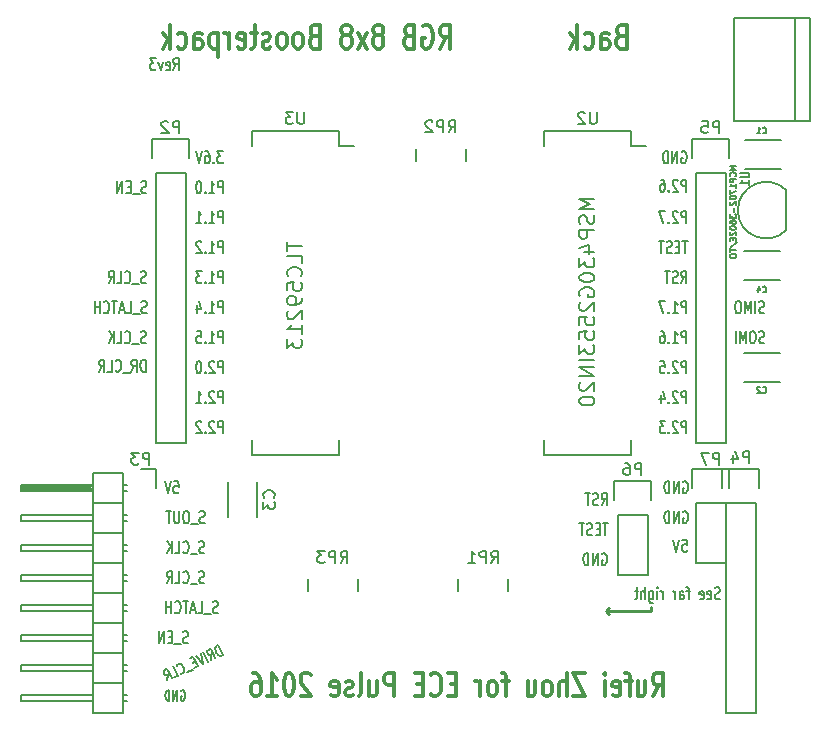
<source format=gbr>
G04 #@! TF.FileFunction,Legend,Bot*
%FSLAX46Y46*%
G04 Gerber Fmt 4.6, Leading zero omitted, Abs format (unit mm)*
G04 Created by KiCad (PCBNEW (2015-11-29 BZR 6336, Git 7b0d981)-product) date 12/9/2015 5:57:17 PM*
%MOMM*%
G01*
G04 APERTURE LIST*
%ADD10C,0.100000*%
%ADD11C,0.254000*%
%ADD12C,0.304800*%
%ADD13C,0.190500*%
%ADD14C,0.174625*%
%ADD15C,0.158750*%
%ADD16C,0.150000*%
%ADD17C,0.127000*%
G04 APERTURE END LIST*
D10*
D11*
X163068000Y-104457500D02*
X163068000Y-104076500D01*
X160083500Y-104457500D02*
X163068000Y-104457500D01*
D12*
X160537071Y-55734857D02*
X160319357Y-55831619D01*
X160246785Y-55928381D01*
X160174214Y-56121905D01*
X160174214Y-56412190D01*
X160246785Y-56605714D01*
X160319357Y-56702476D01*
X160464499Y-56799238D01*
X161045071Y-56799238D01*
X161045071Y-54767238D01*
X160537071Y-54767238D01*
X160391928Y-54864000D01*
X160319357Y-54960762D01*
X160246785Y-55154286D01*
X160246785Y-55347810D01*
X160319357Y-55541333D01*
X160391928Y-55638095D01*
X160537071Y-55734857D01*
X161045071Y-55734857D01*
X158867928Y-56799238D02*
X158867928Y-55734857D01*
X158940499Y-55541333D01*
X159085642Y-55444571D01*
X159375928Y-55444571D01*
X159521071Y-55541333D01*
X158867928Y-56702476D02*
X159013071Y-56799238D01*
X159375928Y-56799238D01*
X159521071Y-56702476D01*
X159593642Y-56508952D01*
X159593642Y-56315429D01*
X159521071Y-56121905D01*
X159375928Y-56025143D01*
X159013071Y-56025143D01*
X158867928Y-55928381D01*
X157489071Y-56702476D02*
X157634214Y-56799238D01*
X157924500Y-56799238D01*
X158069642Y-56702476D01*
X158142214Y-56605714D01*
X158214785Y-56412190D01*
X158214785Y-55831619D01*
X158142214Y-55638095D01*
X158069642Y-55541333D01*
X157924500Y-55444571D01*
X157634214Y-55444571D01*
X157489071Y-55541333D01*
X156835928Y-56799238D02*
X156835928Y-54767238D01*
X156690785Y-56025143D02*
X156255356Y-56799238D01*
X156255356Y-55444571D02*
X156835928Y-56218667D01*
D13*
X122663857Y-58625619D02*
X122917857Y-58141810D01*
X123099285Y-58625619D02*
X123099285Y-57609619D01*
X122809000Y-57609619D01*
X122736428Y-57658000D01*
X122700143Y-57706381D01*
X122663857Y-57803143D01*
X122663857Y-57948286D01*
X122700143Y-58045048D01*
X122736428Y-58093429D01*
X122809000Y-58141810D01*
X123099285Y-58141810D01*
X122047000Y-58577238D02*
X122119571Y-58625619D01*
X122264714Y-58625619D01*
X122337285Y-58577238D01*
X122373571Y-58480476D01*
X122373571Y-58093429D01*
X122337285Y-57996667D01*
X122264714Y-57948286D01*
X122119571Y-57948286D01*
X122047000Y-57996667D01*
X122010714Y-58093429D01*
X122010714Y-58190190D01*
X122373571Y-58286952D01*
X121756714Y-57948286D02*
X121575285Y-58625619D01*
X121393857Y-57948286D01*
X121176143Y-57609619D02*
X120704429Y-57609619D01*
X120958429Y-57996667D01*
X120849571Y-57996667D01*
X120777000Y-58045048D01*
X120740714Y-58093429D01*
X120704429Y-58190190D01*
X120704429Y-58432095D01*
X120740714Y-58528857D01*
X120777000Y-58577238D01*
X120849571Y-58625619D01*
X121067286Y-58625619D01*
X121139857Y-58577238D01*
X121176143Y-58528857D01*
D11*
X160083500Y-104457500D02*
X159321500Y-104457500D01*
X159321500Y-104457500D02*
X159575500Y-104203500D01*
X159321500Y-104457500D02*
X159575500Y-104711500D01*
D13*
X168928143Y-103382838D02*
X168819286Y-103431219D01*
X168637857Y-103431219D01*
X168565286Y-103382838D01*
X168529000Y-103334457D01*
X168492715Y-103237695D01*
X168492715Y-103140933D01*
X168529000Y-103044171D01*
X168565286Y-102995790D01*
X168637857Y-102947410D01*
X168783000Y-102899029D01*
X168855572Y-102850648D01*
X168891857Y-102802267D01*
X168928143Y-102705505D01*
X168928143Y-102608743D01*
X168891857Y-102511981D01*
X168855572Y-102463600D01*
X168783000Y-102415219D01*
X168601572Y-102415219D01*
X168492715Y-102463600D01*
X167875858Y-103382838D02*
X167948429Y-103431219D01*
X168093572Y-103431219D01*
X168166143Y-103382838D01*
X168202429Y-103286076D01*
X168202429Y-102899029D01*
X168166143Y-102802267D01*
X168093572Y-102753886D01*
X167948429Y-102753886D01*
X167875858Y-102802267D01*
X167839572Y-102899029D01*
X167839572Y-102995790D01*
X168202429Y-103092552D01*
X167222715Y-103382838D02*
X167295286Y-103431219D01*
X167440429Y-103431219D01*
X167513000Y-103382838D01*
X167549286Y-103286076D01*
X167549286Y-102899029D01*
X167513000Y-102802267D01*
X167440429Y-102753886D01*
X167295286Y-102753886D01*
X167222715Y-102802267D01*
X167186429Y-102899029D01*
X167186429Y-102995790D01*
X167549286Y-103092552D01*
X166388144Y-102753886D02*
X166097858Y-102753886D01*
X166279286Y-103431219D02*
X166279286Y-102560362D01*
X166243001Y-102463600D01*
X166170429Y-102415219D01*
X166097858Y-102415219D01*
X165517286Y-103431219D02*
X165517286Y-102899029D01*
X165553572Y-102802267D01*
X165626143Y-102753886D01*
X165771286Y-102753886D01*
X165843857Y-102802267D01*
X165517286Y-103382838D02*
X165589857Y-103431219D01*
X165771286Y-103431219D01*
X165843857Y-103382838D01*
X165880143Y-103286076D01*
X165880143Y-103189314D01*
X165843857Y-103092552D01*
X165771286Y-103044171D01*
X165589857Y-103044171D01*
X165517286Y-102995790D01*
X165154428Y-103431219D02*
X165154428Y-102753886D01*
X165154428Y-102947410D02*
X165118143Y-102850648D01*
X165081857Y-102802267D01*
X165009286Y-102753886D01*
X164936714Y-102753886D01*
X164102143Y-103431219D02*
X164102143Y-102753886D01*
X164102143Y-102947410D02*
X164065858Y-102850648D01*
X164029572Y-102802267D01*
X163957001Y-102753886D01*
X163884429Y-102753886D01*
X163630429Y-103431219D02*
X163630429Y-102753886D01*
X163630429Y-102415219D02*
X163666715Y-102463600D01*
X163630429Y-102511981D01*
X163594144Y-102463600D01*
X163630429Y-102415219D01*
X163630429Y-102511981D01*
X162941001Y-102753886D02*
X162941001Y-103576362D01*
X162977287Y-103673124D01*
X163013572Y-103721505D01*
X163086144Y-103769886D01*
X163195001Y-103769886D01*
X163267572Y-103721505D01*
X162941001Y-103382838D02*
X163013572Y-103431219D01*
X163158715Y-103431219D01*
X163231287Y-103382838D01*
X163267572Y-103334457D01*
X163303858Y-103237695D01*
X163303858Y-102947410D01*
X163267572Y-102850648D01*
X163231287Y-102802267D01*
X163158715Y-102753886D01*
X163013572Y-102753886D01*
X162941001Y-102802267D01*
X162578143Y-103431219D02*
X162578143Y-102415219D01*
X162251572Y-103431219D02*
X162251572Y-102899029D01*
X162287858Y-102802267D01*
X162360429Y-102753886D01*
X162469286Y-102753886D01*
X162541858Y-102802267D01*
X162578143Y-102850648D01*
X161997572Y-102753886D02*
X161707286Y-102753886D01*
X161888714Y-102415219D02*
X161888714Y-103286076D01*
X161852429Y-103382838D01*
X161779857Y-103431219D01*
X161707286Y-103431219D01*
X120305285Y-84152619D02*
X120305285Y-83136619D01*
X120123857Y-83136619D01*
X120015000Y-83185000D01*
X119942428Y-83281762D01*
X119906143Y-83378524D01*
X119869857Y-83572048D01*
X119869857Y-83717190D01*
X119906143Y-83910714D01*
X119942428Y-84007476D01*
X120015000Y-84104238D01*
X120123857Y-84152619D01*
X120305285Y-84152619D01*
X119107857Y-84152619D02*
X119361857Y-83668810D01*
X119543285Y-84152619D02*
X119543285Y-83136619D01*
X119253000Y-83136619D01*
X119180428Y-83185000D01*
X119144143Y-83233381D01*
X119107857Y-83330143D01*
X119107857Y-83475286D01*
X119144143Y-83572048D01*
X119180428Y-83620429D01*
X119253000Y-83668810D01*
X119543285Y-83668810D01*
X118962714Y-84249381D02*
X118382143Y-84249381D01*
X117765286Y-84055857D02*
X117801572Y-84104238D01*
X117910429Y-84152619D01*
X117983000Y-84152619D01*
X118091857Y-84104238D01*
X118164429Y-84007476D01*
X118200714Y-83910714D01*
X118237000Y-83717190D01*
X118237000Y-83572048D01*
X118200714Y-83378524D01*
X118164429Y-83281762D01*
X118091857Y-83185000D01*
X117983000Y-83136619D01*
X117910429Y-83136619D01*
X117801572Y-83185000D01*
X117765286Y-83233381D01*
X117075857Y-84152619D02*
X117438714Y-84152619D01*
X117438714Y-83136619D01*
X116386429Y-84152619D02*
X116640429Y-83668810D01*
X116821857Y-84152619D02*
X116821857Y-83136619D01*
X116531572Y-83136619D01*
X116459000Y-83185000D01*
X116422715Y-83233381D01*
X116386429Y-83330143D01*
X116386429Y-83475286D01*
X116422715Y-83572048D01*
X116459000Y-83620429D01*
X116531572Y-83668810D01*
X116821857Y-83668810D01*
X165807572Y-93472000D02*
X165880143Y-93423619D01*
X165989000Y-93423619D01*
X166097857Y-93472000D01*
X166170429Y-93568762D01*
X166206714Y-93665524D01*
X166243000Y-93859048D01*
X166243000Y-94004190D01*
X166206714Y-94197714D01*
X166170429Y-94294476D01*
X166097857Y-94391238D01*
X165989000Y-94439619D01*
X165916429Y-94439619D01*
X165807572Y-94391238D01*
X165771286Y-94342857D01*
X165771286Y-94004190D01*
X165916429Y-94004190D01*
X165444714Y-94439619D02*
X165444714Y-93423619D01*
X165009286Y-94439619D01*
X165009286Y-93423619D01*
X164646428Y-94439619D02*
X164646428Y-93423619D01*
X164465000Y-93423619D01*
X164356143Y-93472000D01*
X164283571Y-93568762D01*
X164247286Y-93665524D01*
X164211000Y-93859048D01*
X164211000Y-94004190D01*
X164247286Y-94197714D01*
X164283571Y-94294476D01*
X164356143Y-94391238D01*
X164465000Y-94439619D01*
X164646428Y-94439619D01*
X165807572Y-96012000D02*
X165880143Y-95963619D01*
X165989000Y-95963619D01*
X166097857Y-96012000D01*
X166170429Y-96108762D01*
X166206714Y-96205524D01*
X166243000Y-96399048D01*
X166243000Y-96544190D01*
X166206714Y-96737714D01*
X166170429Y-96834476D01*
X166097857Y-96931238D01*
X165989000Y-96979619D01*
X165916429Y-96979619D01*
X165807572Y-96931238D01*
X165771286Y-96882857D01*
X165771286Y-96544190D01*
X165916429Y-96544190D01*
X165444714Y-96979619D02*
X165444714Y-95963619D01*
X165009286Y-96979619D01*
X165009286Y-95963619D01*
X164646428Y-96979619D02*
X164646428Y-95963619D01*
X164465000Y-95963619D01*
X164356143Y-96012000D01*
X164283571Y-96108762D01*
X164247286Y-96205524D01*
X164211000Y-96399048D01*
X164211000Y-96544190D01*
X164247286Y-96737714D01*
X164283571Y-96834476D01*
X164356143Y-96931238D01*
X164465000Y-96979619D01*
X164646428Y-96979619D01*
X165753142Y-98376619D02*
X166115999Y-98376619D01*
X166152285Y-98860429D01*
X166115999Y-98812048D01*
X166043428Y-98763667D01*
X165861999Y-98763667D01*
X165789428Y-98812048D01*
X165753142Y-98860429D01*
X165716857Y-98957190D01*
X165716857Y-99199095D01*
X165753142Y-99295857D01*
X165789428Y-99344238D01*
X165861999Y-99392619D01*
X166043428Y-99392619D01*
X166115999Y-99344238D01*
X166152285Y-99295857D01*
X165499143Y-98376619D02*
X165245143Y-99392619D01*
X164991143Y-98376619D01*
D14*
X126824167Y-108121092D02*
X126448459Y-107315384D01*
X126297732Y-107385670D01*
X126225186Y-107466208D01*
X126200677Y-107571056D01*
X126206313Y-107661846D01*
X126247731Y-107829372D01*
X126301404Y-107944473D01*
X126403113Y-108083884D01*
X126469039Y-108146562D01*
X126565112Y-108195181D01*
X126673440Y-108191377D01*
X126824167Y-108121092D01*
X125829365Y-108584976D02*
X125861475Y-108102905D01*
X126191111Y-108416291D02*
X125815403Y-107610583D01*
X125574239Y-107723040D01*
X125531839Y-107789521D01*
X125519585Y-107841944D01*
X125525221Y-107932736D01*
X125578894Y-108047837D01*
X125644821Y-108110514D01*
X125692856Y-108134824D01*
X125771038Y-108145077D01*
X126012202Y-108032620D01*
X125558055Y-108711490D02*
X125182347Y-107905782D01*
X124971329Y-108004182D02*
X125136018Y-108908289D01*
X124549292Y-108200981D01*
X124517181Y-108683050D02*
X124306163Y-108781450D01*
X124412525Y-109245659D02*
X124713981Y-109105088D01*
X124338273Y-108299380D01*
X124036818Y-108439951D01*
X124327725Y-109378620D02*
X123845397Y-109603534D01*
X123261361Y-109689036D02*
X123309397Y-109713346D01*
X123417724Y-109709542D01*
X123478015Y-109681428D01*
X123550561Y-109600889D01*
X123575071Y-109496041D01*
X123569434Y-109405250D01*
X123528016Y-109237725D01*
X123474343Y-109122624D01*
X123372634Y-108983213D01*
X123306708Y-108920536D01*
X123210635Y-108871916D01*
X123102307Y-108875721D01*
X123042016Y-108903835D01*
X122969471Y-108984373D01*
X122957216Y-109036796D01*
X122724377Y-110032856D02*
X123025832Y-109892285D01*
X122650124Y-109086577D01*
X122151613Y-110299940D02*
X122183723Y-109817869D01*
X122513358Y-110131255D02*
X122137651Y-109325547D01*
X121896487Y-109438004D01*
X121854086Y-109504485D01*
X121841832Y-109556908D01*
X121847468Y-109647700D01*
X121901141Y-109762801D01*
X121967068Y-109825478D01*
X122015104Y-109849788D01*
X122093286Y-109860041D01*
X122334450Y-109747584D01*
D12*
X163240962Y-111640257D02*
X163732028Y-110696829D01*
X164082790Y-111640257D02*
X164082790Y-109659057D01*
X163521571Y-109659057D01*
X163381266Y-109753400D01*
X163311114Y-109847743D01*
X163240962Y-110036429D01*
X163240962Y-110319457D01*
X163311114Y-110508143D01*
X163381266Y-110602486D01*
X163521571Y-110696829D01*
X164082790Y-110696829D01*
X161978219Y-110319457D02*
X161978219Y-111640257D01*
X162609590Y-110319457D02*
X162609590Y-111357229D01*
X162539438Y-111545914D01*
X162399133Y-111640257D01*
X162188676Y-111640257D01*
X162048371Y-111545914D01*
X161978219Y-111451571D01*
X161487152Y-110319457D02*
X160925933Y-110319457D01*
X161276695Y-111640257D02*
X161276695Y-109942086D01*
X161206543Y-109753400D01*
X161066238Y-109659057D01*
X160925933Y-109659057D01*
X159873647Y-111545914D02*
X160013952Y-111640257D01*
X160294561Y-111640257D01*
X160434866Y-111545914D01*
X160505018Y-111357229D01*
X160505018Y-110602486D01*
X160434866Y-110413800D01*
X160294561Y-110319457D01*
X160013952Y-110319457D01*
X159873647Y-110413800D01*
X159803495Y-110602486D01*
X159803495Y-110791171D01*
X160505018Y-110979857D01*
X159172123Y-111640257D02*
X159172123Y-110319457D01*
X159172123Y-109659057D02*
X159242275Y-109753400D01*
X159172123Y-109847743D01*
X159101971Y-109753400D01*
X159172123Y-109659057D01*
X159172123Y-109847743D01*
X157488466Y-109659057D02*
X156506333Y-109659057D01*
X157488466Y-111640257D01*
X156506333Y-111640257D01*
X155945113Y-111640257D02*
X155945113Y-109659057D01*
X155313742Y-111640257D02*
X155313742Y-110602486D01*
X155383894Y-110413800D01*
X155524199Y-110319457D01*
X155734656Y-110319457D01*
X155874961Y-110413800D01*
X155945113Y-110508143D01*
X154401761Y-111640257D02*
X154542066Y-111545914D01*
X154612218Y-111451571D01*
X154682370Y-111262886D01*
X154682370Y-110696829D01*
X154612218Y-110508143D01*
X154542066Y-110413800D01*
X154401761Y-110319457D01*
X154191304Y-110319457D01*
X154050999Y-110413800D01*
X153980847Y-110508143D01*
X153910694Y-110696829D01*
X153910694Y-111262886D01*
X153980847Y-111451571D01*
X154050999Y-111545914D01*
X154191304Y-111640257D01*
X154401761Y-111640257D01*
X152647952Y-110319457D02*
X152647952Y-111640257D01*
X153279323Y-110319457D02*
X153279323Y-111357229D01*
X153209171Y-111545914D01*
X153068866Y-111640257D01*
X152858409Y-111640257D01*
X152718104Y-111545914D01*
X152647952Y-111451571D01*
X151034447Y-110319457D02*
X150473228Y-110319457D01*
X150823990Y-111640257D02*
X150823990Y-109942086D01*
X150753838Y-109753400D01*
X150613533Y-109659057D01*
X150473228Y-109659057D01*
X149771704Y-111640257D02*
X149912009Y-111545914D01*
X149982161Y-111451571D01*
X150052313Y-111262886D01*
X150052313Y-110696829D01*
X149982161Y-110508143D01*
X149912009Y-110413800D01*
X149771704Y-110319457D01*
X149561247Y-110319457D01*
X149420942Y-110413800D01*
X149350790Y-110508143D01*
X149280637Y-110696829D01*
X149280637Y-111262886D01*
X149350790Y-111451571D01*
X149420942Y-111545914D01*
X149561247Y-111640257D01*
X149771704Y-111640257D01*
X148649266Y-111640257D02*
X148649266Y-110319457D01*
X148649266Y-110696829D02*
X148579114Y-110508143D01*
X148508961Y-110413800D01*
X148368657Y-110319457D01*
X148228352Y-110319457D01*
X146614847Y-110602486D02*
X146123780Y-110602486D01*
X145913323Y-111640257D02*
X146614847Y-111640257D01*
X146614847Y-109659057D01*
X145913323Y-109659057D01*
X144440124Y-111451571D02*
X144510276Y-111545914D01*
X144720733Y-111640257D01*
X144861038Y-111640257D01*
X145071495Y-111545914D01*
X145211800Y-111357229D01*
X145281952Y-111168543D01*
X145352104Y-110791171D01*
X145352104Y-110508143D01*
X145281952Y-110130771D01*
X145211800Y-109942086D01*
X145071495Y-109753400D01*
X144861038Y-109659057D01*
X144720733Y-109659057D01*
X144510276Y-109753400D01*
X144440124Y-109847743D01*
X143808752Y-110602486D02*
X143317685Y-110602486D01*
X143107228Y-111640257D02*
X143808752Y-111640257D01*
X143808752Y-109659057D01*
X143107228Y-109659057D01*
X141353419Y-111640257D02*
X141353419Y-109659057D01*
X140792200Y-109659057D01*
X140651895Y-109753400D01*
X140581743Y-109847743D01*
X140511591Y-110036429D01*
X140511591Y-110319457D01*
X140581743Y-110508143D01*
X140651895Y-110602486D01*
X140792200Y-110696829D01*
X141353419Y-110696829D01*
X139248848Y-110319457D02*
X139248848Y-111640257D01*
X139880219Y-110319457D02*
X139880219Y-111357229D01*
X139810067Y-111545914D01*
X139669762Y-111640257D01*
X139459305Y-111640257D01*
X139319000Y-111545914D01*
X139248848Y-111451571D01*
X138336867Y-111640257D02*
X138477172Y-111545914D01*
X138547324Y-111357229D01*
X138547324Y-109659057D01*
X137845800Y-111545914D02*
X137705496Y-111640257D01*
X137424886Y-111640257D01*
X137284581Y-111545914D01*
X137214429Y-111357229D01*
X137214429Y-111262886D01*
X137284581Y-111074200D01*
X137424886Y-110979857D01*
X137635343Y-110979857D01*
X137775648Y-110885514D01*
X137845800Y-110696829D01*
X137845800Y-110602486D01*
X137775648Y-110413800D01*
X137635343Y-110319457D01*
X137424886Y-110319457D01*
X137284581Y-110413800D01*
X136021839Y-111545914D02*
X136162144Y-111640257D01*
X136442753Y-111640257D01*
X136583058Y-111545914D01*
X136653210Y-111357229D01*
X136653210Y-110602486D01*
X136583058Y-110413800D01*
X136442753Y-110319457D01*
X136162144Y-110319457D01*
X136021839Y-110413800D01*
X135951687Y-110602486D01*
X135951687Y-110791171D01*
X136653210Y-110979857D01*
X134268029Y-109847743D02*
X134197877Y-109753400D01*
X134057572Y-109659057D01*
X133706810Y-109659057D01*
X133566506Y-109753400D01*
X133496353Y-109847743D01*
X133426201Y-110036429D01*
X133426201Y-110225114D01*
X133496353Y-110508143D01*
X134338182Y-111640257D01*
X133426201Y-111640257D01*
X132514220Y-109659057D02*
X132373915Y-109659057D01*
X132233610Y-109753400D01*
X132163458Y-109847743D01*
X132093305Y-110036429D01*
X132023153Y-110413800D01*
X132023153Y-110885514D01*
X132093305Y-111262886D01*
X132163458Y-111451571D01*
X132233610Y-111545914D01*
X132373915Y-111640257D01*
X132514220Y-111640257D01*
X132654524Y-111545914D01*
X132724677Y-111451571D01*
X132794829Y-111262886D01*
X132864981Y-110885514D01*
X132864981Y-110413800D01*
X132794829Y-110036429D01*
X132724677Y-109847743D01*
X132654524Y-109753400D01*
X132514220Y-109659057D01*
X130620105Y-111640257D02*
X131461933Y-111640257D01*
X131041019Y-111640257D02*
X131041019Y-109659057D01*
X131181324Y-109942086D01*
X131321629Y-110130771D01*
X131461933Y-110225114D01*
X129357362Y-109659057D02*
X129637971Y-109659057D01*
X129778276Y-109753400D01*
X129848428Y-109847743D01*
X129988733Y-110130771D01*
X130058885Y-110508143D01*
X130058885Y-111262886D01*
X129988733Y-111451571D01*
X129918581Y-111545914D01*
X129778276Y-111640257D01*
X129497666Y-111640257D01*
X129357362Y-111545914D01*
X129287209Y-111451571D01*
X129217057Y-111262886D01*
X129217057Y-110791171D01*
X129287209Y-110602486D01*
X129357362Y-110508143D01*
X129497666Y-110413800D01*
X129778276Y-110413800D01*
X129918581Y-110508143D01*
X129988733Y-110602486D01*
X130058885Y-110791171D01*
X145233572Y-56799238D02*
X145741572Y-55831619D01*
X146104429Y-56799238D02*
X146104429Y-54767238D01*
X145523857Y-54767238D01*
X145378715Y-54864000D01*
X145306143Y-54960762D01*
X145233572Y-55154286D01*
X145233572Y-55444571D01*
X145306143Y-55638095D01*
X145378715Y-55734857D01*
X145523857Y-55831619D01*
X146104429Y-55831619D01*
X143782143Y-54864000D02*
X143927286Y-54767238D01*
X144145000Y-54767238D01*
X144362715Y-54864000D01*
X144507857Y-55057524D01*
X144580429Y-55251048D01*
X144653000Y-55638095D01*
X144653000Y-55928381D01*
X144580429Y-56315429D01*
X144507857Y-56508952D01*
X144362715Y-56702476D01*
X144145000Y-56799238D01*
X143999857Y-56799238D01*
X143782143Y-56702476D01*
X143709572Y-56605714D01*
X143709572Y-55928381D01*
X143999857Y-55928381D01*
X142548429Y-55734857D02*
X142330715Y-55831619D01*
X142258143Y-55928381D01*
X142185572Y-56121905D01*
X142185572Y-56412190D01*
X142258143Y-56605714D01*
X142330715Y-56702476D01*
X142475857Y-56799238D01*
X143056429Y-56799238D01*
X143056429Y-54767238D01*
X142548429Y-54767238D01*
X142403286Y-54864000D01*
X142330715Y-54960762D01*
X142258143Y-55154286D01*
X142258143Y-55347810D01*
X142330715Y-55541333D01*
X142403286Y-55638095D01*
X142548429Y-55734857D01*
X143056429Y-55734857D01*
X140153572Y-55638095D02*
X140298714Y-55541333D01*
X140371286Y-55444571D01*
X140443857Y-55251048D01*
X140443857Y-55154286D01*
X140371286Y-54960762D01*
X140298714Y-54864000D01*
X140153572Y-54767238D01*
X139863286Y-54767238D01*
X139718143Y-54864000D01*
X139645572Y-54960762D01*
X139573000Y-55154286D01*
X139573000Y-55251048D01*
X139645572Y-55444571D01*
X139718143Y-55541333D01*
X139863286Y-55638095D01*
X140153572Y-55638095D01*
X140298714Y-55734857D01*
X140371286Y-55831619D01*
X140443857Y-56025143D01*
X140443857Y-56412190D01*
X140371286Y-56605714D01*
X140298714Y-56702476D01*
X140153572Y-56799238D01*
X139863286Y-56799238D01*
X139718143Y-56702476D01*
X139645572Y-56605714D01*
X139573000Y-56412190D01*
X139573000Y-56025143D01*
X139645572Y-55831619D01*
X139718143Y-55734857D01*
X139863286Y-55638095D01*
X139065000Y-56799238D02*
X138266714Y-55444571D01*
X139065000Y-55444571D02*
X138266714Y-56799238D01*
X137468429Y-55638095D02*
X137613571Y-55541333D01*
X137686143Y-55444571D01*
X137758714Y-55251048D01*
X137758714Y-55154286D01*
X137686143Y-54960762D01*
X137613571Y-54864000D01*
X137468429Y-54767238D01*
X137178143Y-54767238D01*
X137033000Y-54864000D01*
X136960429Y-54960762D01*
X136887857Y-55154286D01*
X136887857Y-55251048D01*
X136960429Y-55444571D01*
X137033000Y-55541333D01*
X137178143Y-55638095D01*
X137468429Y-55638095D01*
X137613571Y-55734857D01*
X137686143Y-55831619D01*
X137758714Y-56025143D01*
X137758714Y-56412190D01*
X137686143Y-56605714D01*
X137613571Y-56702476D01*
X137468429Y-56799238D01*
X137178143Y-56799238D01*
X137033000Y-56702476D01*
X136960429Y-56605714D01*
X136887857Y-56412190D01*
X136887857Y-56025143D01*
X136960429Y-55831619D01*
X137033000Y-55734857D01*
X137178143Y-55638095D01*
X134565571Y-55734857D02*
X134347857Y-55831619D01*
X134275285Y-55928381D01*
X134202714Y-56121905D01*
X134202714Y-56412190D01*
X134275285Y-56605714D01*
X134347857Y-56702476D01*
X134492999Y-56799238D01*
X135073571Y-56799238D01*
X135073571Y-54767238D01*
X134565571Y-54767238D01*
X134420428Y-54864000D01*
X134347857Y-54960762D01*
X134275285Y-55154286D01*
X134275285Y-55347810D01*
X134347857Y-55541333D01*
X134420428Y-55638095D01*
X134565571Y-55734857D01*
X135073571Y-55734857D01*
X133331857Y-56799238D02*
X133476999Y-56702476D01*
X133549571Y-56605714D01*
X133622142Y-56412190D01*
X133622142Y-55831619D01*
X133549571Y-55638095D01*
X133476999Y-55541333D01*
X133331857Y-55444571D01*
X133114142Y-55444571D01*
X132968999Y-55541333D01*
X132896428Y-55638095D01*
X132823857Y-55831619D01*
X132823857Y-56412190D01*
X132896428Y-56605714D01*
X132968999Y-56702476D01*
X133114142Y-56799238D01*
X133331857Y-56799238D01*
X131953000Y-56799238D02*
X132098142Y-56702476D01*
X132170714Y-56605714D01*
X132243285Y-56412190D01*
X132243285Y-55831619D01*
X132170714Y-55638095D01*
X132098142Y-55541333D01*
X131953000Y-55444571D01*
X131735285Y-55444571D01*
X131590142Y-55541333D01*
X131517571Y-55638095D01*
X131445000Y-55831619D01*
X131445000Y-56412190D01*
X131517571Y-56605714D01*
X131590142Y-56702476D01*
X131735285Y-56799238D01*
X131953000Y-56799238D01*
X130864428Y-56702476D02*
X130719285Y-56799238D01*
X130429000Y-56799238D01*
X130283857Y-56702476D01*
X130211285Y-56508952D01*
X130211285Y-56412190D01*
X130283857Y-56218667D01*
X130429000Y-56121905D01*
X130646714Y-56121905D01*
X130791857Y-56025143D01*
X130864428Y-55831619D01*
X130864428Y-55734857D01*
X130791857Y-55541333D01*
X130646714Y-55444571D01*
X130429000Y-55444571D01*
X130283857Y-55541333D01*
X129775857Y-55444571D02*
X129195286Y-55444571D01*
X129558143Y-54767238D02*
X129558143Y-56508952D01*
X129485571Y-56702476D01*
X129340429Y-56799238D01*
X129195286Y-56799238D01*
X128106714Y-56702476D02*
X128251857Y-56799238D01*
X128542143Y-56799238D01*
X128687286Y-56702476D01*
X128759857Y-56508952D01*
X128759857Y-55734857D01*
X128687286Y-55541333D01*
X128542143Y-55444571D01*
X128251857Y-55444571D01*
X128106714Y-55541333D01*
X128034143Y-55734857D01*
X128034143Y-55928381D01*
X128759857Y-56121905D01*
X127381000Y-56799238D02*
X127381000Y-55444571D01*
X127381000Y-55831619D02*
X127308428Y-55638095D01*
X127235857Y-55541333D01*
X127090714Y-55444571D01*
X126945571Y-55444571D01*
X126437571Y-55444571D02*
X126437571Y-57476571D01*
X126437571Y-55541333D02*
X126292428Y-55444571D01*
X126002142Y-55444571D01*
X125856999Y-55541333D01*
X125784428Y-55638095D01*
X125711857Y-55831619D01*
X125711857Y-56412190D01*
X125784428Y-56605714D01*
X125856999Y-56702476D01*
X126002142Y-56799238D01*
X126292428Y-56799238D01*
X126437571Y-56702476D01*
X124405571Y-56799238D02*
X124405571Y-55734857D01*
X124478142Y-55541333D01*
X124623285Y-55444571D01*
X124913571Y-55444571D01*
X125058714Y-55541333D01*
X124405571Y-56702476D02*
X124550714Y-56799238D01*
X124913571Y-56799238D01*
X125058714Y-56702476D01*
X125131285Y-56508952D01*
X125131285Y-56315429D01*
X125058714Y-56121905D01*
X124913571Y-56025143D01*
X124550714Y-56025143D01*
X124405571Y-55928381D01*
X123026714Y-56702476D02*
X123171857Y-56799238D01*
X123462143Y-56799238D01*
X123607285Y-56702476D01*
X123679857Y-56605714D01*
X123752428Y-56412190D01*
X123752428Y-55831619D01*
X123679857Y-55638095D01*
X123607285Y-55541333D01*
X123462143Y-55444571D01*
X123171857Y-55444571D01*
X123026714Y-55541333D01*
X122373571Y-56799238D02*
X122373571Y-54767238D01*
X122228428Y-56025143D02*
X121792999Y-56799238D01*
X121792999Y-55444571D02*
X122373571Y-56218667D01*
D13*
X158949572Y-99568000D02*
X159022143Y-99519619D01*
X159131000Y-99519619D01*
X159239857Y-99568000D01*
X159312429Y-99664762D01*
X159348714Y-99761524D01*
X159385000Y-99955048D01*
X159385000Y-100100190D01*
X159348714Y-100293714D01*
X159312429Y-100390476D01*
X159239857Y-100487238D01*
X159131000Y-100535619D01*
X159058429Y-100535619D01*
X158949572Y-100487238D01*
X158913286Y-100438857D01*
X158913286Y-100100190D01*
X159058429Y-100100190D01*
X158586714Y-100535619D02*
X158586714Y-99519619D01*
X158151286Y-100535619D01*
X158151286Y-99519619D01*
X157788428Y-100535619D02*
X157788428Y-99519619D01*
X157607000Y-99519619D01*
X157498143Y-99568000D01*
X157425571Y-99664762D01*
X157389286Y-99761524D01*
X157353000Y-99955048D01*
X157353000Y-100100190D01*
X157389286Y-100293714D01*
X157425571Y-100390476D01*
X157498143Y-100487238D01*
X157607000Y-100535619D01*
X157788428Y-100535619D01*
X159457571Y-96979619D02*
X159022142Y-96979619D01*
X159239856Y-97995619D02*
X159239856Y-96979619D01*
X158768142Y-97463429D02*
X158514142Y-97463429D01*
X158405285Y-97995619D02*
X158768142Y-97995619D01*
X158768142Y-96979619D01*
X158405285Y-96979619D01*
X158114999Y-97947238D02*
X158006142Y-97995619D01*
X157824713Y-97995619D01*
X157752142Y-97947238D01*
X157715856Y-97898857D01*
X157679571Y-97802095D01*
X157679571Y-97705333D01*
X157715856Y-97608571D01*
X157752142Y-97560190D01*
X157824713Y-97511810D01*
X157969856Y-97463429D01*
X158042428Y-97415048D01*
X158078713Y-97366667D01*
X158114999Y-97269905D01*
X158114999Y-97173143D01*
X158078713Y-97076381D01*
X158042428Y-97028000D01*
X157969856Y-96979619D01*
X157788428Y-96979619D01*
X157679571Y-97028000D01*
X157461857Y-96979619D02*
X157026428Y-96979619D01*
X157244142Y-97995619D02*
X157244142Y-96979619D01*
X158913285Y-95455619D02*
X159167285Y-94971810D01*
X159348713Y-95455619D02*
X159348713Y-94439619D01*
X159058428Y-94439619D01*
X158985856Y-94488000D01*
X158949571Y-94536381D01*
X158913285Y-94633143D01*
X158913285Y-94778286D01*
X158949571Y-94875048D01*
X158985856Y-94923429D01*
X159058428Y-94971810D01*
X159348713Y-94971810D01*
X158622999Y-95407238D02*
X158514142Y-95455619D01*
X158332713Y-95455619D01*
X158260142Y-95407238D01*
X158223856Y-95358857D01*
X158187571Y-95262095D01*
X158187571Y-95165333D01*
X158223856Y-95068571D01*
X158260142Y-95020190D01*
X158332713Y-94971810D01*
X158477856Y-94923429D01*
X158550428Y-94875048D01*
X158586713Y-94826667D01*
X158622999Y-94729905D01*
X158622999Y-94633143D01*
X158586713Y-94536381D01*
X158550428Y-94488000D01*
X158477856Y-94439619D01*
X158296428Y-94439619D01*
X158187571Y-94488000D01*
X157969857Y-94439619D02*
X157534428Y-94439619D01*
X157752142Y-95455619D02*
X157752142Y-94439619D01*
D15*
X123292809Y-111188500D02*
X123353286Y-111146167D01*
X123444000Y-111146167D01*
X123534714Y-111188500D01*
X123595190Y-111273167D01*
X123625429Y-111357833D01*
X123655667Y-111527167D01*
X123655667Y-111654167D01*
X123625429Y-111823500D01*
X123595190Y-111908167D01*
X123534714Y-111992833D01*
X123444000Y-112035167D01*
X123383524Y-112035167D01*
X123292809Y-111992833D01*
X123262571Y-111950500D01*
X123262571Y-111654167D01*
X123383524Y-111654167D01*
X122990429Y-112035167D02*
X122990429Y-111146167D01*
X122627571Y-112035167D01*
X122627571Y-111146167D01*
X122325191Y-112035167D02*
X122325191Y-111146167D01*
X122174000Y-111146167D01*
X122083286Y-111188500D01*
X122022810Y-111273167D01*
X121992571Y-111357833D01*
X121962333Y-111527167D01*
X121962333Y-111654167D01*
X121992571Y-111823500D01*
X122022810Y-111908167D01*
X122083286Y-111992833D01*
X122174000Y-112035167D01*
X122325191Y-112035167D01*
D13*
X123908457Y-107091238D02*
X123799600Y-107139619D01*
X123618171Y-107139619D01*
X123545600Y-107091238D01*
X123509314Y-107042857D01*
X123473029Y-106946095D01*
X123473029Y-106849333D01*
X123509314Y-106752571D01*
X123545600Y-106704190D01*
X123618171Y-106655810D01*
X123763314Y-106607429D01*
X123835886Y-106559048D01*
X123872171Y-106510667D01*
X123908457Y-106413905D01*
X123908457Y-106317143D01*
X123872171Y-106220381D01*
X123835886Y-106172000D01*
X123763314Y-106123619D01*
X123581886Y-106123619D01*
X123473029Y-106172000D01*
X123327886Y-107236381D02*
X122747315Y-107236381D01*
X122565886Y-106607429D02*
X122311886Y-106607429D01*
X122203029Y-107139619D02*
X122565886Y-107139619D01*
X122565886Y-106123619D01*
X122203029Y-106123619D01*
X121876457Y-107139619D02*
X121876457Y-106123619D01*
X121441029Y-107139619D01*
X121441029Y-106123619D01*
X126419428Y-104551238D02*
X126310571Y-104599619D01*
X126129142Y-104599619D01*
X126056571Y-104551238D01*
X126020285Y-104502857D01*
X125984000Y-104406095D01*
X125984000Y-104309333D01*
X126020285Y-104212571D01*
X126056571Y-104164190D01*
X126129142Y-104115810D01*
X126274285Y-104067429D01*
X126346857Y-104019048D01*
X126383142Y-103970667D01*
X126419428Y-103873905D01*
X126419428Y-103777143D01*
X126383142Y-103680381D01*
X126346857Y-103632000D01*
X126274285Y-103583619D01*
X126092857Y-103583619D01*
X125984000Y-103632000D01*
X125838857Y-104696381D02*
X125258286Y-104696381D01*
X124714000Y-104599619D02*
X125076857Y-104599619D01*
X125076857Y-103583619D01*
X124496286Y-104309333D02*
X124133429Y-104309333D01*
X124568858Y-104599619D02*
X124314858Y-103583619D01*
X124060858Y-104599619D01*
X123915715Y-103583619D02*
X123480286Y-103583619D01*
X123698000Y-104599619D02*
X123698000Y-103583619D01*
X122790858Y-104502857D02*
X122827144Y-104551238D01*
X122936001Y-104599619D01*
X123008572Y-104599619D01*
X123117429Y-104551238D01*
X123190001Y-104454476D01*
X123226286Y-104357714D01*
X123262572Y-104164190D01*
X123262572Y-104019048D01*
X123226286Y-103825524D01*
X123190001Y-103728762D01*
X123117429Y-103632000D01*
X123008572Y-103583619D01*
X122936001Y-103583619D01*
X122827144Y-103632000D01*
X122790858Y-103680381D01*
X122464286Y-104599619D02*
X122464286Y-103583619D01*
X122464286Y-104067429D02*
X122028858Y-104067429D01*
X122028858Y-104599619D02*
X122028858Y-103583619D01*
X125276428Y-102011238D02*
X125167571Y-102059619D01*
X124986142Y-102059619D01*
X124913571Y-102011238D01*
X124877285Y-101962857D01*
X124841000Y-101866095D01*
X124841000Y-101769333D01*
X124877285Y-101672571D01*
X124913571Y-101624190D01*
X124986142Y-101575810D01*
X125131285Y-101527429D01*
X125203857Y-101479048D01*
X125240142Y-101430667D01*
X125276428Y-101333905D01*
X125276428Y-101237143D01*
X125240142Y-101140381D01*
X125203857Y-101092000D01*
X125131285Y-101043619D01*
X124949857Y-101043619D01*
X124841000Y-101092000D01*
X124695857Y-102156381D02*
X124115286Y-102156381D01*
X123498429Y-101962857D02*
X123534715Y-102011238D01*
X123643572Y-102059619D01*
X123716143Y-102059619D01*
X123825000Y-102011238D01*
X123897572Y-101914476D01*
X123933857Y-101817714D01*
X123970143Y-101624190D01*
X123970143Y-101479048D01*
X123933857Y-101285524D01*
X123897572Y-101188762D01*
X123825000Y-101092000D01*
X123716143Y-101043619D01*
X123643572Y-101043619D01*
X123534715Y-101092000D01*
X123498429Y-101140381D01*
X122809000Y-102059619D02*
X123171857Y-102059619D01*
X123171857Y-101043619D01*
X122119572Y-102059619D02*
X122373572Y-101575810D01*
X122555000Y-102059619D02*
X122555000Y-101043619D01*
X122264715Y-101043619D01*
X122192143Y-101092000D01*
X122155858Y-101140381D01*
X122119572Y-101237143D01*
X122119572Y-101382286D01*
X122155858Y-101479048D01*
X122192143Y-101527429D01*
X122264715Y-101575810D01*
X122555000Y-101575810D01*
X125276428Y-99471238D02*
X125167571Y-99519619D01*
X124986142Y-99519619D01*
X124913571Y-99471238D01*
X124877285Y-99422857D01*
X124841000Y-99326095D01*
X124841000Y-99229333D01*
X124877285Y-99132571D01*
X124913571Y-99084190D01*
X124986142Y-99035810D01*
X125131285Y-98987429D01*
X125203857Y-98939048D01*
X125240142Y-98890667D01*
X125276428Y-98793905D01*
X125276428Y-98697143D01*
X125240142Y-98600381D01*
X125203857Y-98552000D01*
X125131285Y-98503619D01*
X124949857Y-98503619D01*
X124841000Y-98552000D01*
X124695857Y-99616381D02*
X124115286Y-99616381D01*
X123498429Y-99422857D02*
X123534715Y-99471238D01*
X123643572Y-99519619D01*
X123716143Y-99519619D01*
X123825000Y-99471238D01*
X123897572Y-99374476D01*
X123933857Y-99277714D01*
X123970143Y-99084190D01*
X123970143Y-98939048D01*
X123933857Y-98745524D01*
X123897572Y-98648762D01*
X123825000Y-98552000D01*
X123716143Y-98503619D01*
X123643572Y-98503619D01*
X123534715Y-98552000D01*
X123498429Y-98600381D01*
X122809000Y-99519619D02*
X123171857Y-99519619D01*
X123171857Y-98503619D01*
X122555000Y-99519619D02*
X122555000Y-98503619D01*
X122119572Y-99519619D02*
X122446143Y-98939048D01*
X122119572Y-98503619D02*
X122555000Y-99084190D01*
X125294571Y-96931238D02*
X125185714Y-96979619D01*
X125004285Y-96979619D01*
X124931714Y-96931238D01*
X124895428Y-96882857D01*
X124859143Y-96786095D01*
X124859143Y-96689333D01*
X124895428Y-96592571D01*
X124931714Y-96544190D01*
X125004285Y-96495810D01*
X125149428Y-96447429D01*
X125222000Y-96399048D01*
X125258285Y-96350667D01*
X125294571Y-96253905D01*
X125294571Y-96157143D01*
X125258285Y-96060381D01*
X125222000Y-96012000D01*
X125149428Y-95963619D01*
X124968000Y-95963619D01*
X124859143Y-96012000D01*
X124714000Y-97076381D02*
X124133429Y-97076381D01*
X123806858Y-95963619D02*
X123661715Y-95963619D01*
X123589143Y-96012000D01*
X123516572Y-96108762D01*
X123480286Y-96302286D01*
X123480286Y-96640952D01*
X123516572Y-96834476D01*
X123589143Y-96931238D01*
X123661715Y-96979619D01*
X123806858Y-96979619D01*
X123879429Y-96931238D01*
X123952000Y-96834476D01*
X123988286Y-96640952D01*
X123988286Y-96302286D01*
X123952000Y-96108762D01*
X123879429Y-96012000D01*
X123806858Y-95963619D01*
X123153714Y-95963619D02*
X123153714Y-96786095D01*
X123117429Y-96882857D01*
X123081143Y-96931238D01*
X123008572Y-96979619D01*
X122863429Y-96979619D01*
X122790857Y-96931238D01*
X122754572Y-96882857D01*
X122718286Y-96786095D01*
X122718286Y-95963619D01*
X122464286Y-95963619D02*
X122028857Y-95963619D01*
X122246571Y-96979619D02*
X122246571Y-95963619D01*
X122700142Y-93423619D02*
X123062999Y-93423619D01*
X123099285Y-93907429D01*
X123062999Y-93859048D01*
X122990428Y-93810667D01*
X122808999Y-93810667D01*
X122736428Y-93859048D01*
X122700142Y-93907429D01*
X122663857Y-94004190D01*
X122663857Y-94246095D01*
X122700142Y-94342857D01*
X122736428Y-94391238D01*
X122808999Y-94439619D01*
X122990428Y-94439619D01*
X123062999Y-94391238D01*
X123099285Y-94342857D01*
X122446143Y-93423619D02*
X122192143Y-94439619D01*
X121938143Y-93423619D01*
X166079713Y-81739619D02*
X166079713Y-80723619D01*
X165789428Y-80723619D01*
X165716856Y-80772000D01*
X165680571Y-80820381D01*
X165644285Y-80917143D01*
X165644285Y-81062286D01*
X165680571Y-81159048D01*
X165716856Y-81207429D01*
X165789428Y-81255810D01*
X166079713Y-81255810D01*
X164918571Y-81739619D02*
X165353999Y-81739619D01*
X165136285Y-81739619D02*
X165136285Y-80723619D01*
X165208856Y-80868762D01*
X165281428Y-80965524D01*
X165353999Y-81013905D01*
X164591999Y-81642857D02*
X164555714Y-81691238D01*
X164591999Y-81739619D01*
X164628285Y-81691238D01*
X164591999Y-81642857D01*
X164591999Y-81739619D01*
X163902571Y-80723619D02*
X164047714Y-80723619D01*
X164120285Y-80772000D01*
X164156571Y-80820381D01*
X164229142Y-80965524D01*
X164265428Y-81159048D01*
X164265428Y-81546095D01*
X164229142Y-81642857D01*
X164192857Y-81691238D01*
X164120285Y-81739619D01*
X163975142Y-81739619D01*
X163902571Y-81691238D01*
X163866285Y-81642857D01*
X163830000Y-81546095D01*
X163830000Y-81304190D01*
X163866285Y-81207429D01*
X163902571Y-81159048D01*
X163975142Y-81110667D01*
X164120285Y-81110667D01*
X164192857Y-81159048D01*
X164229142Y-81207429D01*
X164265428Y-81304190D01*
X166079713Y-79199619D02*
X166079713Y-78183619D01*
X165789428Y-78183619D01*
X165716856Y-78232000D01*
X165680571Y-78280381D01*
X165644285Y-78377143D01*
X165644285Y-78522286D01*
X165680571Y-78619048D01*
X165716856Y-78667429D01*
X165789428Y-78715810D01*
X166079713Y-78715810D01*
X164918571Y-79199619D02*
X165353999Y-79199619D01*
X165136285Y-79199619D02*
X165136285Y-78183619D01*
X165208856Y-78328762D01*
X165281428Y-78425524D01*
X165353999Y-78473905D01*
X164591999Y-79102857D02*
X164555714Y-79151238D01*
X164591999Y-79199619D01*
X164628285Y-79151238D01*
X164591999Y-79102857D01*
X164591999Y-79199619D01*
X164301714Y-78183619D02*
X163793714Y-78183619D01*
X164120285Y-79199619D01*
X126836713Y-81739619D02*
X126836713Y-80723619D01*
X126546428Y-80723619D01*
X126473856Y-80772000D01*
X126437571Y-80820381D01*
X126401285Y-80917143D01*
X126401285Y-81062286D01*
X126437571Y-81159048D01*
X126473856Y-81207429D01*
X126546428Y-81255810D01*
X126836713Y-81255810D01*
X125675571Y-81739619D02*
X126110999Y-81739619D01*
X125893285Y-81739619D02*
X125893285Y-80723619D01*
X125965856Y-80868762D01*
X126038428Y-80965524D01*
X126110999Y-81013905D01*
X125348999Y-81642857D02*
X125312714Y-81691238D01*
X125348999Y-81739619D01*
X125385285Y-81691238D01*
X125348999Y-81642857D01*
X125348999Y-81739619D01*
X124623285Y-80723619D02*
X124986142Y-80723619D01*
X125022428Y-81207429D01*
X124986142Y-81159048D01*
X124913571Y-81110667D01*
X124732142Y-81110667D01*
X124659571Y-81159048D01*
X124623285Y-81207429D01*
X124587000Y-81304190D01*
X124587000Y-81546095D01*
X124623285Y-81642857D01*
X124659571Y-81691238D01*
X124732142Y-81739619D01*
X124913571Y-81739619D01*
X124986142Y-81691238D01*
X125022428Y-81642857D01*
X126836713Y-79199619D02*
X126836713Y-78183619D01*
X126546428Y-78183619D01*
X126473856Y-78232000D01*
X126437571Y-78280381D01*
X126401285Y-78377143D01*
X126401285Y-78522286D01*
X126437571Y-78619048D01*
X126473856Y-78667429D01*
X126546428Y-78715810D01*
X126836713Y-78715810D01*
X125675571Y-79199619D02*
X126110999Y-79199619D01*
X125893285Y-79199619D02*
X125893285Y-78183619D01*
X125965856Y-78328762D01*
X126038428Y-78425524D01*
X126110999Y-78473905D01*
X125348999Y-79102857D02*
X125312714Y-79151238D01*
X125348999Y-79199619D01*
X125385285Y-79151238D01*
X125348999Y-79102857D01*
X125348999Y-79199619D01*
X124659571Y-78522286D02*
X124659571Y-79199619D01*
X124841000Y-78135238D02*
X125022428Y-78860952D01*
X124550714Y-78860952D01*
X126836713Y-76659619D02*
X126836713Y-75643619D01*
X126546428Y-75643619D01*
X126473856Y-75692000D01*
X126437571Y-75740381D01*
X126401285Y-75837143D01*
X126401285Y-75982286D01*
X126437571Y-76079048D01*
X126473856Y-76127429D01*
X126546428Y-76175810D01*
X126836713Y-76175810D01*
X125675571Y-76659619D02*
X126110999Y-76659619D01*
X125893285Y-76659619D02*
X125893285Y-75643619D01*
X125965856Y-75788762D01*
X126038428Y-75885524D01*
X126110999Y-75933905D01*
X125348999Y-76562857D02*
X125312714Y-76611238D01*
X125348999Y-76659619D01*
X125385285Y-76611238D01*
X125348999Y-76562857D01*
X125348999Y-76659619D01*
X125058714Y-75643619D02*
X124587000Y-75643619D01*
X124841000Y-76030667D01*
X124732142Y-76030667D01*
X124659571Y-76079048D01*
X124623285Y-76127429D01*
X124587000Y-76224190D01*
X124587000Y-76466095D01*
X124623285Y-76562857D01*
X124659571Y-76611238D01*
X124732142Y-76659619D01*
X124949857Y-76659619D01*
X125022428Y-76611238D01*
X125058714Y-76562857D01*
X126836713Y-69039619D02*
X126836713Y-68023619D01*
X126546428Y-68023619D01*
X126473856Y-68072000D01*
X126437571Y-68120381D01*
X126401285Y-68217143D01*
X126401285Y-68362286D01*
X126437571Y-68459048D01*
X126473856Y-68507429D01*
X126546428Y-68555810D01*
X126836713Y-68555810D01*
X125675571Y-69039619D02*
X126110999Y-69039619D01*
X125893285Y-69039619D02*
X125893285Y-68023619D01*
X125965856Y-68168762D01*
X126038428Y-68265524D01*
X126110999Y-68313905D01*
X125348999Y-68942857D02*
X125312714Y-68991238D01*
X125348999Y-69039619D01*
X125385285Y-68991238D01*
X125348999Y-68942857D01*
X125348999Y-69039619D01*
X124841000Y-68023619D02*
X124768428Y-68023619D01*
X124695857Y-68072000D01*
X124659571Y-68120381D01*
X124623285Y-68217143D01*
X124587000Y-68410667D01*
X124587000Y-68652571D01*
X124623285Y-68846095D01*
X124659571Y-68942857D01*
X124695857Y-68991238D01*
X124768428Y-69039619D01*
X124841000Y-69039619D01*
X124913571Y-68991238D01*
X124949857Y-68942857D01*
X124986142Y-68846095D01*
X125022428Y-68652571D01*
X125022428Y-68410667D01*
X124986142Y-68217143D01*
X124949857Y-68120381D01*
X124913571Y-68072000D01*
X124841000Y-68023619D01*
X166079713Y-89359619D02*
X166079713Y-88343619D01*
X165789428Y-88343619D01*
X165716856Y-88392000D01*
X165680571Y-88440381D01*
X165644285Y-88537143D01*
X165644285Y-88682286D01*
X165680571Y-88779048D01*
X165716856Y-88827429D01*
X165789428Y-88875810D01*
X166079713Y-88875810D01*
X165353999Y-88440381D02*
X165317713Y-88392000D01*
X165245142Y-88343619D01*
X165063713Y-88343619D01*
X164991142Y-88392000D01*
X164954856Y-88440381D01*
X164918571Y-88537143D01*
X164918571Y-88633905D01*
X164954856Y-88779048D01*
X165390285Y-89359619D01*
X164918571Y-89359619D01*
X164591999Y-89262857D02*
X164555714Y-89311238D01*
X164591999Y-89359619D01*
X164628285Y-89311238D01*
X164591999Y-89262857D01*
X164591999Y-89359619D01*
X164301714Y-88343619D02*
X163830000Y-88343619D01*
X164084000Y-88730667D01*
X163975142Y-88730667D01*
X163902571Y-88779048D01*
X163866285Y-88827429D01*
X163830000Y-88924190D01*
X163830000Y-89166095D01*
X163866285Y-89262857D01*
X163902571Y-89311238D01*
X163975142Y-89359619D01*
X164192857Y-89359619D01*
X164265428Y-89311238D01*
X164301714Y-89262857D01*
X166079713Y-86819619D02*
X166079713Y-85803619D01*
X165789428Y-85803619D01*
X165716856Y-85852000D01*
X165680571Y-85900381D01*
X165644285Y-85997143D01*
X165644285Y-86142286D01*
X165680571Y-86239048D01*
X165716856Y-86287429D01*
X165789428Y-86335810D01*
X166079713Y-86335810D01*
X165353999Y-85900381D02*
X165317713Y-85852000D01*
X165245142Y-85803619D01*
X165063713Y-85803619D01*
X164991142Y-85852000D01*
X164954856Y-85900381D01*
X164918571Y-85997143D01*
X164918571Y-86093905D01*
X164954856Y-86239048D01*
X165390285Y-86819619D01*
X164918571Y-86819619D01*
X164591999Y-86722857D02*
X164555714Y-86771238D01*
X164591999Y-86819619D01*
X164628285Y-86771238D01*
X164591999Y-86722857D01*
X164591999Y-86819619D01*
X163902571Y-86142286D02*
X163902571Y-86819619D01*
X164084000Y-85755238D02*
X164265428Y-86480952D01*
X163793714Y-86480952D01*
X166079713Y-84279619D02*
X166079713Y-83263619D01*
X165789428Y-83263619D01*
X165716856Y-83312000D01*
X165680571Y-83360381D01*
X165644285Y-83457143D01*
X165644285Y-83602286D01*
X165680571Y-83699048D01*
X165716856Y-83747429D01*
X165789428Y-83795810D01*
X166079713Y-83795810D01*
X165353999Y-83360381D02*
X165317713Y-83312000D01*
X165245142Y-83263619D01*
X165063713Y-83263619D01*
X164991142Y-83312000D01*
X164954856Y-83360381D01*
X164918571Y-83457143D01*
X164918571Y-83553905D01*
X164954856Y-83699048D01*
X165390285Y-84279619D01*
X164918571Y-84279619D01*
X164591999Y-84182857D02*
X164555714Y-84231238D01*
X164591999Y-84279619D01*
X164628285Y-84231238D01*
X164591999Y-84182857D01*
X164591999Y-84279619D01*
X163866285Y-83263619D02*
X164229142Y-83263619D01*
X164265428Y-83747429D01*
X164229142Y-83699048D01*
X164156571Y-83650667D01*
X163975142Y-83650667D01*
X163902571Y-83699048D01*
X163866285Y-83747429D01*
X163830000Y-83844190D01*
X163830000Y-84086095D01*
X163866285Y-84182857D01*
X163902571Y-84231238D01*
X163975142Y-84279619D01*
X164156571Y-84279619D01*
X164229142Y-84231238D01*
X164265428Y-84182857D01*
X172683714Y-81691238D02*
X172574857Y-81739619D01*
X172393428Y-81739619D01*
X172320857Y-81691238D01*
X172284571Y-81642857D01*
X172248286Y-81546095D01*
X172248286Y-81449333D01*
X172284571Y-81352571D01*
X172320857Y-81304190D01*
X172393428Y-81255810D01*
X172538571Y-81207429D01*
X172611143Y-81159048D01*
X172647428Y-81110667D01*
X172683714Y-81013905D01*
X172683714Y-80917143D01*
X172647428Y-80820381D01*
X172611143Y-80772000D01*
X172538571Y-80723619D01*
X172357143Y-80723619D01*
X172248286Y-80772000D01*
X171776572Y-80723619D02*
X171631429Y-80723619D01*
X171558857Y-80772000D01*
X171486286Y-80868762D01*
X171450000Y-81062286D01*
X171450000Y-81400952D01*
X171486286Y-81594476D01*
X171558857Y-81691238D01*
X171631429Y-81739619D01*
X171776572Y-81739619D01*
X171849143Y-81691238D01*
X171921714Y-81594476D01*
X171958000Y-81400952D01*
X171958000Y-81062286D01*
X171921714Y-80868762D01*
X171849143Y-80772000D01*
X171776572Y-80723619D01*
X171123428Y-81739619D02*
X171123428Y-80723619D01*
X170869428Y-81449333D01*
X170615428Y-80723619D01*
X170615428Y-81739619D01*
X170252571Y-81739619D02*
X170252571Y-80723619D01*
X172683714Y-79151238D02*
X172574857Y-79199619D01*
X172393428Y-79199619D01*
X172320857Y-79151238D01*
X172284571Y-79102857D01*
X172248286Y-79006095D01*
X172248286Y-78909333D01*
X172284571Y-78812571D01*
X172320857Y-78764190D01*
X172393428Y-78715810D01*
X172538571Y-78667429D01*
X172611143Y-78619048D01*
X172647428Y-78570667D01*
X172683714Y-78473905D01*
X172683714Y-78377143D01*
X172647428Y-78280381D01*
X172611143Y-78232000D01*
X172538571Y-78183619D01*
X172357143Y-78183619D01*
X172248286Y-78232000D01*
X171921714Y-79199619D02*
X171921714Y-78183619D01*
X171558857Y-79199619D02*
X171558857Y-78183619D01*
X171304857Y-78909333D01*
X171050857Y-78183619D01*
X171050857Y-79199619D01*
X170542858Y-78183619D02*
X170397715Y-78183619D01*
X170325143Y-78232000D01*
X170252572Y-78328762D01*
X170216286Y-78522286D01*
X170216286Y-78860952D01*
X170252572Y-79054476D01*
X170325143Y-79151238D01*
X170397715Y-79199619D01*
X170542858Y-79199619D01*
X170615429Y-79151238D01*
X170688000Y-79054476D01*
X170724286Y-78860952D01*
X170724286Y-78522286D01*
X170688000Y-78328762D01*
X170615429Y-78232000D01*
X170542858Y-78183619D01*
X165644285Y-76659619D02*
X165898285Y-76175810D01*
X166079713Y-76659619D02*
X166079713Y-75643619D01*
X165789428Y-75643619D01*
X165716856Y-75692000D01*
X165680571Y-75740381D01*
X165644285Y-75837143D01*
X165644285Y-75982286D01*
X165680571Y-76079048D01*
X165716856Y-76127429D01*
X165789428Y-76175810D01*
X166079713Y-76175810D01*
X165353999Y-76611238D02*
X165245142Y-76659619D01*
X165063713Y-76659619D01*
X164991142Y-76611238D01*
X164954856Y-76562857D01*
X164918571Y-76466095D01*
X164918571Y-76369333D01*
X164954856Y-76272571D01*
X164991142Y-76224190D01*
X165063713Y-76175810D01*
X165208856Y-76127429D01*
X165281428Y-76079048D01*
X165317713Y-76030667D01*
X165353999Y-75933905D01*
X165353999Y-75837143D01*
X165317713Y-75740381D01*
X165281428Y-75692000D01*
X165208856Y-75643619D01*
X165027428Y-75643619D01*
X164918571Y-75692000D01*
X164700857Y-75643619D02*
X164265428Y-75643619D01*
X164483142Y-76659619D02*
X164483142Y-75643619D01*
X166188571Y-73103619D02*
X165753142Y-73103619D01*
X165970856Y-74119619D02*
X165970856Y-73103619D01*
X165499142Y-73587429D02*
X165245142Y-73587429D01*
X165136285Y-74119619D02*
X165499142Y-74119619D01*
X165499142Y-73103619D01*
X165136285Y-73103619D01*
X164845999Y-74071238D02*
X164737142Y-74119619D01*
X164555713Y-74119619D01*
X164483142Y-74071238D01*
X164446856Y-74022857D01*
X164410571Y-73926095D01*
X164410571Y-73829333D01*
X164446856Y-73732571D01*
X164483142Y-73684190D01*
X164555713Y-73635810D01*
X164700856Y-73587429D01*
X164773428Y-73539048D01*
X164809713Y-73490667D01*
X164845999Y-73393905D01*
X164845999Y-73297143D01*
X164809713Y-73200381D01*
X164773428Y-73152000D01*
X164700856Y-73103619D01*
X164519428Y-73103619D01*
X164410571Y-73152000D01*
X164192857Y-73103619D02*
X163757428Y-73103619D01*
X163975142Y-74119619D02*
X163975142Y-73103619D01*
X166079713Y-71579619D02*
X166079713Y-70563619D01*
X165789428Y-70563619D01*
X165716856Y-70612000D01*
X165680571Y-70660381D01*
X165644285Y-70757143D01*
X165644285Y-70902286D01*
X165680571Y-70999048D01*
X165716856Y-71047429D01*
X165789428Y-71095810D01*
X166079713Y-71095810D01*
X165353999Y-70660381D02*
X165317713Y-70612000D01*
X165245142Y-70563619D01*
X165063713Y-70563619D01*
X164991142Y-70612000D01*
X164954856Y-70660381D01*
X164918571Y-70757143D01*
X164918571Y-70853905D01*
X164954856Y-70999048D01*
X165390285Y-71579619D01*
X164918571Y-71579619D01*
X164591999Y-71482857D02*
X164555714Y-71531238D01*
X164591999Y-71579619D01*
X164628285Y-71531238D01*
X164591999Y-71482857D01*
X164591999Y-71579619D01*
X164301714Y-70563619D02*
X163793714Y-70563619D01*
X164120285Y-71579619D01*
X166079713Y-68912619D02*
X166079713Y-67896619D01*
X165789428Y-67896619D01*
X165716856Y-67945000D01*
X165680571Y-67993381D01*
X165644285Y-68090143D01*
X165644285Y-68235286D01*
X165680571Y-68332048D01*
X165716856Y-68380429D01*
X165789428Y-68428810D01*
X166079713Y-68428810D01*
X165353999Y-67993381D02*
X165317713Y-67945000D01*
X165245142Y-67896619D01*
X165063713Y-67896619D01*
X164991142Y-67945000D01*
X164954856Y-67993381D01*
X164918571Y-68090143D01*
X164918571Y-68186905D01*
X164954856Y-68332048D01*
X165390285Y-68912619D01*
X164918571Y-68912619D01*
X164591999Y-68815857D02*
X164555714Y-68864238D01*
X164591999Y-68912619D01*
X164628285Y-68864238D01*
X164591999Y-68815857D01*
X164591999Y-68912619D01*
X163902571Y-67896619D02*
X164047714Y-67896619D01*
X164120285Y-67945000D01*
X164156571Y-67993381D01*
X164229142Y-68138524D01*
X164265428Y-68332048D01*
X164265428Y-68719095D01*
X164229142Y-68815857D01*
X164192857Y-68864238D01*
X164120285Y-68912619D01*
X163975142Y-68912619D01*
X163902571Y-68864238D01*
X163866285Y-68815857D01*
X163830000Y-68719095D01*
X163830000Y-68477190D01*
X163866285Y-68380429D01*
X163902571Y-68332048D01*
X163975142Y-68283667D01*
X164120285Y-68283667D01*
X164192857Y-68332048D01*
X164229142Y-68380429D01*
X164265428Y-68477190D01*
X165680572Y-65532000D02*
X165753143Y-65483619D01*
X165862000Y-65483619D01*
X165970857Y-65532000D01*
X166043429Y-65628762D01*
X166079714Y-65725524D01*
X166116000Y-65919048D01*
X166116000Y-66064190D01*
X166079714Y-66257714D01*
X166043429Y-66354476D01*
X165970857Y-66451238D01*
X165862000Y-66499619D01*
X165789429Y-66499619D01*
X165680572Y-66451238D01*
X165644286Y-66402857D01*
X165644286Y-66064190D01*
X165789429Y-66064190D01*
X165317714Y-66499619D02*
X165317714Y-65483619D01*
X164882286Y-66499619D01*
X164882286Y-65483619D01*
X164519428Y-66499619D02*
X164519428Y-65483619D01*
X164338000Y-65483619D01*
X164229143Y-65532000D01*
X164156571Y-65628762D01*
X164120286Y-65725524D01*
X164084000Y-65919048D01*
X164084000Y-66064190D01*
X164120286Y-66257714D01*
X164156571Y-66354476D01*
X164229143Y-66451238D01*
X164338000Y-66499619D01*
X164519428Y-66499619D01*
X126836713Y-89359619D02*
X126836713Y-88343619D01*
X126546428Y-88343619D01*
X126473856Y-88392000D01*
X126437571Y-88440381D01*
X126401285Y-88537143D01*
X126401285Y-88682286D01*
X126437571Y-88779048D01*
X126473856Y-88827429D01*
X126546428Y-88875810D01*
X126836713Y-88875810D01*
X126110999Y-88440381D02*
X126074713Y-88392000D01*
X126002142Y-88343619D01*
X125820713Y-88343619D01*
X125748142Y-88392000D01*
X125711856Y-88440381D01*
X125675571Y-88537143D01*
X125675571Y-88633905D01*
X125711856Y-88779048D01*
X126147285Y-89359619D01*
X125675571Y-89359619D01*
X125348999Y-89262857D02*
X125312714Y-89311238D01*
X125348999Y-89359619D01*
X125385285Y-89311238D01*
X125348999Y-89262857D01*
X125348999Y-89359619D01*
X125022428Y-88440381D02*
X124986142Y-88392000D01*
X124913571Y-88343619D01*
X124732142Y-88343619D01*
X124659571Y-88392000D01*
X124623285Y-88440381D01*
X124587000Y-88537143D01*
X124587000Y-88633905D01*
X124623285Y-88779048D01*
X125058714Y-89359619D01*
X124587000Y-89359619D01*
X126836713Y-86819619D02*
X126836713Y-85803619D01*
X126546428Y-85803619D01*
X126473856Y-85852000D01*
X126437571Y-85900381D01*
X126401285Y-85997143D01*
X126401285Y-86142286D01*
X126437571Y-86239048D01*
X126473856Y-86287429D01*
X126546428Y-86335810D01*
X126836713Y-86335810D01*
X126110999Y-85900381D02*
X126074713Y-85852000D01*
X126002142Y-85803619D01*
X125820713Y-85803619D01*
X125748142Y-85852000D01*
X125711856Y-85900381D01*
X125675571Y-85997143D01*
X125675571Y-86093905D01*
X125711856Y-86239048D01*
X126147285Y-86819619D01*
X125675571Y-86819619D01*
X125348999Y-86722857D02*
X125312714Y-86771238D01*
X125348999Y-86819619D01*
X125385285Y-86771238D01*
X125348999Y-86722857D01*
X125348999Y-86819619D01*
X124587000Y-86819619D02*
X125022428Y-86819619D01*
X124804714Y-86819619D02*
X124804714Y-85803619D01*
X124877285Y-85948762D01*
X124949857Y-86045524D01*
X125022428Y-86093905D01*
X126836713Y-84279619D02*
X126836713Y-83263619D01*
X126546428Y-83263619D01*
X126473856Y-83312000D01*
X126437571Y-83360381D01*
X126401285Y-83457143D01*
X126401285Y-83602286D01*
X126437571Y-83699048D01*
X126473856Y-83747429D01*
X126546428Y-83795810D01*
X126836713Y-83795810D01*
X126110999Y-83360381D02*
X126074713Y-83312000D01*
X126002142Y-83263619D01*
X125820713Y-83263619D01*
X125748142Y-83312000D01*
X125711856Y-83360381D01*
X125675571Y-83457143D01*
X125675571Y-83553905D01*
X125711856Y-83699048D01*
X126147285Y-84279619D01*
X125675571Y-84279619D01*
X125348999Y-84182857D02*
X125312714Y-84231238D01*
X125348999Y-84279619D01*
X125385285Y-84231238D01*
X125348999Y-84182857D01*
X125348999Y-84279619D01*
X124841000Y-83263619D02*
X124768428Y-83263619D01*
X124695857Y-83312000D01*
X124659571Y-83360381D01*
X124623285Y-83457143D01*
X124587000Y-83650667D01*
X124587000Y-83892571D01*
X124623285Y-84086095D01*
X124659571Y-84182857D01*
X124695857Y-84231238D01*
X124768428Y-84279619D01*
X124841000Y-84279619D01*
X124913571Y-84231238D01*
X124949857Y-84182857D01*
X124986142Y-84086095D01*
X125022428Y-83892571D01*
X125022428Y-83650667D01*
X124986142Y-83457143D01*
X124949857Y-83360381D01*
X124913571Y-83312000D01*
X124841000Y-83263619D01*
X120323428Y-81691238D02*
X120214571Y-81739619D01*
X120033142Y-81739619D01*
X119960571Y-81691238D01*
X119924285Y-81642857D01*
X119888000Y-81546095D01*
X119888000Y-81449333D01*
X119924285Y-81352571D01*
X119960571Y-81304190D01*
X120033142Y-81255810D01*
X120178285Y-81207429D01*
X120250857Y-81159048D01*
X120287142Y-81110667D01*
X120323428Y-81013905D01*
X120323428Y-80917143D01*
X120287142Y-80820381D01*
X120250857Y-80772000D01*
X120178285Y-80723619D01*
X119996857Y-80723619D01*
X119888000Y-80772000D01*
X119742857Y-81836381D02*
X119162286Y-81836381D01*
X118545429Y-81642857D02*
X118581715Y-81691238D01*
X118690572Y-81739619D01*
X118763143Y-81739619D01*
X118872000Y-81691238D01*
X118944572Y-81594476D01*
X118980857Y-81497714D01*
X119017143Y-81304190D01*
X119017143Y-81159048D01*
X118980857Y-80965524D01*
X118944572Y-80868762D01*
X118872000Y-80772000D01*
X118763143Y-80723619D01*
X118690572Y-80723619D01*
X118581715Y-80772000D01*
X118545429Y-80820381D01*
X117856000Y-81739619D02*
X118218857Y-81739619D01*
X118218857Y-80723619D01*
X117602000Y-81739619D02*
X117602000Y-80723619D01*
X117166572Y-81739619D02*
X117493143Y-81159048D01*
X117166572Y-80723619D02*
X117602000Y-81304190D01*
X120386928Y-79151238D02*
X120278071Y-79199619D01*
X120096642Y-79199619D01*
X120024071Y-79151238D01*
X119987785Y-79102857D01*
X119951500Y-79006095D01*
X119951500Y-78909333D01*
X119987785Y-78812571D01*
X120024071Y-78764190D01*
X120096642Y-78715810D01*
X120241785Y-78667429D01*
X120314357Y-78619048D01*
X120350642Y-78570667D01*
X120386928Y-78473905D01*
X120386928Y-78377143D01*
X120350642Y-78280381D01*
X120314357Y-78232000D01*
X120241785Y-78183619D01*
X120060357Y-78183619D01*
X119951500Y-78232000D01*
X119806357Y-79296381D02*
X119225786Y-79296381D01*
X118681500Y-79199619D02*
X119044357Y-79199619D01*
X119044357Y-78183619D01*
X118463786Y-78909333D02*
X118100929Y-78909333D01*
X118536358Y-79199619D02*
X118282358Y-78183619D01*
X118028358Y-79199619D01*
X117883215Y-78183619D02*
X117447786Y-78183619D01*
X117665500Y-79199619D02*
X117665500Y-78183619D01*
X116758358Y-79102857D02*
X116794644Y-79151238D01*
X116903501Y-79199619D01*
X116976072Y-79199619D01*
X117084929Y-79151238D01*
X117157501Y-79054476D01*
X117193786Y-78957714D01*
X117230072Y-78764190D01*
X117230072Y-78619048D01*
X117193786Y-78425524D01*
X117157501Y-78328762D01*
X117084929Y-78232000D01*
X116976072Y-78183619D01*
X116903501Y-78183619D01*
X116794644Y-78232000D01*
X116758358Y-78280381D01*
X116431786Y-79199619D02*
X116431786Y-78183619D01*
X116431786Y-78667429D02*
X115996358Y-78667429D01*
X115996358Y-79199619D02*
X115996358Y-78183619D01*
X120323428Y-76611238D02*
X120214571Y-76659619D01*
X120033142Y-76659619D01*
X119960571Y-76611238D01*
X119924285Y-76562857D01*
X119888000Y-76466095D01*
X119888000Y-76369333D01*
X119924285Y-76272571D01*
X119960571Y-76224190D01*
X120033142Y-76175810D01*
X120178285Y-76127429D01*
X120250857Y-76079048D01*
X120287142Y-76030667D01*
X120323428Y-75933905D01*
X120323428Y-75837143D01*
X120287142Y-75740381D01*
X120250857Y-75692000D01*
X120178285Y-75643619D01*
X119996857Y-75643619D01*
X119888000Y-75692000D01*
X119742857Y-76756381D02*
X119162286Y-76756381D01*
X118545429Y-76562857D02*
X118581715Y-76611238D01*
X118690572Y-76659619D01*
X118763143Y-76659619D01*
X118872000Y-76611238D01*
X118944572Y-76514476D01*
X118980857Y-76417714D01*
X119017143Y-76224190D01*
X119017143Y-76079048D01*
X118980857Y-75885524D01*
X118944572Y-75788762D01*
X118872000Y-75692000D01*
X118763143Y-75643619D01*
X118690572Y-75643619D01*
X118581715Y-75692000D01*
X118545429Y-75740381D01*
X117856000Y-76659619D02*
X118218857Y-76659619D01*
X118218857Y-75643619D01*
X117166572Y-76659619D02*
X117420572Y-76175810D01*
X117602000Y-76659619D02*
X117602000Y-75643619D01*
X117311715Y-75643619D01*
X117239143Y-75692000D01*
X117202858Y-75740381D01*
X117166572Y-75837143D01*
X117166572Y-75982286D01*
X117202858Y-76079048D01*
X117239143Y-76127429D01*
X117311715Y-76175810D01*
X117602000Y-76175810D01*
X126836713Y-74119619D02*
X126836713Y-73103619D01*
X126546428Y-73103619D01*
X126473856Y-73152000D01*
X126437571Y-73200381D01*
X126401285Y-73297143D01*
X126401285Y-73442286D01*
X126437571Y-73539048D01*
X126473856Y-73587429D01*
X126546428Y-73635810D01*
X126836713Y-73635810D01*
X125675571Y-74119619D02*
X126110999Y-74119619D01*
X125893285Y-74119619D02*
X125893285Y-73103619D01*
X125965856Y-73248762D01*
X126038428Y-73345524D01*
X126110999Y-73393905D01*
X125348999Y-74022857D02*
X125312714Y-74071238D01*
X125348999Y-74119619D01*
X125385285Y-74071238D01*
X125348999Y-74022857D01*
X125348999Y-74119619D01*
X125022428Y-73200381D02*
X124986142Y-73152000D01*
X124913571Y-73103619D01*
X124732142Y-73103619D01*
X124659571Y-73152000D01*
X124623285Y-73200381D01*
X124587000Y-73297143D01*
X124587000Y-73393905D01*
X124623285Y-73539048D01*
X125058714Y-74119619D01*
X124587000Y-74119619D01*
X126836713Y-71579619D02*
X126836713Y-70563619D01*
X126546428Y-70563619D01*
X126473856Y-70612000D01*
X126437571Y-70660381D01*
X126401285Y-70757143D01*
X126401285Y-70902286D01*
X126437571Y-70999048D01*
X126473856Y-71047429D01*
X126546428Y-71095810D01*
X126836713Y-71095810D01*
X125675571Y-71579619D02*
X126110999Y-71579619D01*
X125893285Y-71579619D02*
X125893285Y-70563619D01*
X125965856Y-70708762D01*
X126038428Y-70805524D01*
X126110999Y-70853905D01*
X125348999Y-71482857D02*
X125312714Y-71531238D01*
X125348999Y-71579619D01*
X125385285Y-71531238D01*
X125348999Y-71482857D01*
X125348999Y-71579619D01*
X124587000Y-71579619D02*
X125022428Y-71579619D01*
X124804714Y-71579619D02*
X124804714Y-70563619D01*
X124877285Y-70708762D01*
X124949857Y-70805524D01*
X125022428Y-70853905D01*
X120377857Y-68991238D02*
X120269000Y-69039619D01*
X120087571Y-69039619D01*
X120015000Y-68991238D01*
X119978714Y-68942857D01*
X119942429Y-68846095D01*
X119942429Y-68749333D01*
X119978714Y-68652571D01*
X120015000Y-68604190D01*
X120087571Y-68555810D01*
X120232714Y-68507429D01*
X120305286Y-68459048D01*
X120341571Y-68410667D01*
X120377857Y-68313905D01*
X120377857Y-68217143D01*
X120341571Y-68120381D01*
X120305286Y-68072000D01*
X120232714Y-68023619D01*
X120051286Y-68023619D01*
X119942429Y-68072000D01*
X119797286Y-69136381D02*
X119216715Y-69136381D01*
X119035286Y-68507429D02*
X118781286Y-68507429D01*
X118672429Y-69039619D02*
X119035286Y-69039619D01*
X119035286Y-68023619D01*
X118672429Y-68023619D01*
X118345857Y-69039619D02*
X118345857Y-68023619D01*
X117910429Y-69039619D01*
X117910429Y-68023619D01*
X126854857Y-65483619D02*
X126383143Y-65483619D01*
X126637143Y-65870667D01*
X126528285Y-65870667D01*
X126455714Y-65919048D01*
X126419428Y-65967429D01*
X126383143Y-66064190D01*
X126383143Y-66306095D01*
X126419428Y-66402857D01*
X126455714Y-66451238D01*
X126528285Y-66499619D01*
X126746000Y-66499619D01*
X126818571Y-66451238D01*
X126854857Y-66402857D01*
X126056571Y-66402857D02*
X126020286Y-66451238D01*
X126056571Y-66499619D01*
X126092857Y-66451238D01*
X126056571Y-66402857D01*
X126056571Y-66499619D01*
X125367143Y-65483619D02*
X125512286Y-65483619D01*
X125584857Y-65532000D01*
X125621143Y-65580381D01*
X125693714Y-65725524D01*
X125730000Y-65919048D01*
X125730000Y-66306095D01*
X125693714Y-66402857D01*
X125657429Y-66451238D01*
X125584857Y-66499619D01*
X125439714Y-66499619D01*
X125367143Y-66451238D01*
X125330857Y-66402857D01*
X125294572Y-66306095D01*
X125294572Y-66064190D01*
X125330857Y-65967429D01*
X125367143Y-65919048D01*
X125439714Y-65870667D01*
X125584857Y-65870667D01*
X125657429Y-65919048D01*
X125693714Y-65967429D01*
X125730000Y-66064190D01*
X125076858Y-65483619D02*
X124822858Y-66499619D01*
X124568858Y-65483619D01*
D16*
X169418000Y-95250000D02*
X169418000Y-113030000D01*
X169418000Y-113030000D02*
X171958000Y-113030000D01*
X171958000Y-113030000D02*
X171958000Y-95250000D01*
X169138000Y-92430000D02*
X169138000Y-93980000D01*
X169418000Y-95250000D02*
X171958000Y-95250000D01*
X172238000Y-93980000D02*
X172238000Y-92430000D01*
X172238000Y-92430000D02*
X169138000Y-92430000D01*
X161409000Y-63745000D02*
X161409000Y-65015000D01*
X154059000Y-63745000D02*
X154059000Y-65015000D01*
X154059000Y-91195000D02*
X154059000Y-89925000D01*
X161409000Y-91195000D02*
X161409000Y-89925000D01*
X161409000Y-63745000D02*
X154059000Y-63745000D01*
X161409000Y-91195000D02*
X154059000Y-91195000D01*
X161409000Y-65015000D02*
X162694000Y-65015000D01*
X171073000Y-67036000D02*
X174073000Y-67036000D01*
X174073000Y-64536000D02*
X171073000Y-64536000D01*
X173986000Y-82570000D02*
X170986000Y-82570000D01*
X170986000Y-85070000D02*
X173986000Y-85070000D01*
X127274000Y-93476000D02*
X127274000Y-96476000D01*
X129774000Y-96476000D02*
X129774000Y-93476000D01*
X173986000Y-73934000D02*
X170986000Y-73934000D01*
X170986000Y-76434000D02*
X173986000Y-76434000D01*
X162814000Y-96266000D02*
X162814000Y-101346000D01*
X162814000Y-101346000D02*
X160274000Y-101346000D01*
X160274000Y-101346000D02*
X160274000Y-96266000D01*
X159994000Y-93446000D02*
X159994000Y-94996000D01*
X160274000Y-96266000D02*
X162814000Y-96266000D01*
X163094000Y-94996000D02*
X163094000Y-93446000D01*
X163094000Y-93446000D02*
X159994000Y-93446000D01*
X174547000Y-68785000D02*
X174547000Y-72185000D01*
X174544056Y-68787944D02*
G75*
G03X170447000Y-70485000I-1697056J-1697056D01*
G01*
X174544056Y-72182056D02*
G75*
G02X170447000Y-70485000I-1697056J1697056D01*
G01*
X136644000Y-63745000D02*
X136644000Y-65015000D01*
X129294000Y-63745000D02*
X129294000Y-65015000D01*
X129294000Y-91195000D02*
X129294000Y-89925000D01*
X136644000Y-91195000D02*
X136644000Y-89925000D01*
X136644000Y-63745000D02*
X129294000Y-63745000D01*
X136644000Y-91195000D02*
X129294000Y-91195000D01*
X136644000Y-65015000D02*
X137929000Y-65015000D01*
X121158000Y-67310000D02*
X121158000Y-90170000D01*
X121158000Y-90170000D02*
X123698000Y-90170000D01*
X123698000Y-90170000D02*
X123698000Y-67310000D01*
X120878000Y-64490000D02*
X120878000Y-66040000D01*
X121158000Y-67310000D02*
X123698000Y-67310000D01*
X123978000Y-66040000D02*
X123978000Y-64490000D01*
X123978000Y-64490000D02*
X120878000Y-64490000D01*
X166878000Y-67310000D02*
X166878000Y-90170000D01*
X166878000Y-90170000D02*
X169418000Y-90170000D01*
X169418000Y-90170000D02*
X169418000Y-67310000D01*
X166598000Y-64490000D02*
X166598000Y-66040000D01*
X166878000Y-67310000D02*
X169418000Y-67310000D01*
X169698000Y-66040000D02*
X169698000Y-64490000D01*
X169698000Y-64490000D02*
X166598000Y-64490000D01*
X150969000Y-102735000D02*
X150969000Y-101735000D01*
X146719000Y-102735000D02*
X146719000Y-101735000D01*
X147413000Y-66286000D02*
X147413000Y-65286000D01*
X143163000Y-66286000D02*
X143163000Y-65286000D01*
X138269000Y-102735000D02*
X138269000Y-101735000D01*
X134019000Y-102735000D02*
X134019000Y-101735000D01*
X176537460Y-54196100D02*
X176537460Y-62896100D01*
X170132460Y-54196100D02*
X170132460Y-62896100D01*
X170132460Y-62896100D02*
X176537460Y-62896100D01*
X175307460Y-62896100D02*
X175307460Y-54196100D01*
X176537460Y-54196100D02*
X170132460Y-54196100D01*
X121188000Y-92430000D02*
X121188000Y-93980000D01*
X119888000Y-92430000D02*
X121188000Y-92430000D01*
X115697000Y-93853000D02*
X109855000Y-93853000D01*
X109855000Y-93853000D02*
X109855000Y-94107000D01*
X109855000Y-94107000D02*
X115697000Y-94107000D01*
X115697000Y-94107000D02*
X115697000Y-93980000D01*
X115697000Y-93980000D02*
X109855000Y-93980000D01*
X118364000Y-111506000D02*
X118745000Y-111506000D01*
X118364000Y-112014000D02*
X118745000Y-112014000D01*
X118364000Y-93726000D02*
X118745000Y-93726000D01*
X118364000Y-94234000D02*
X118745000Y-94234000D01*
X118364000Y-96266000D02*
X118745000Y-96266000D01*
X118364000Y-96774000D02*
X118745000Y-96774000D01*
X118364000Y-98806000D02*
X118745000Y-98806000D01*
X118364000Y-99314000D02*
X118745000Y-99314000D01*
X118364000Y-109474000D02*
X118745000Y-109474000D01*
X118364000Y-108966000D02*
X118745000Y-108966000D01*
X118364000Y-106934000D02*
X118745000Y-106934000D01*
X118364000Y-106426000D02*
X118745000Y-106426000D01*
X118364000Y-104394000D02*
X118745000Y-104394000D01*
X118364000Y-103886000D02*
X118745000Y-103886000D01*
X118364000Y-101854000D02*
X118745000Y-101854000D01*
X118364000Y-101346000D02*
X118745000Y-101346000D01*
X118364000Y-107950000D02*
X115824000Y-107950000D01*
X118364000Y-107950000D02*
X118364000Y-110490000D01*
X118364000Y-110490000D02*
X115824000Y-110490000D01*
X115824000Y-108966000D02*
X109728000Y-108966000D01*
X109728000Y-108966000D02*
X109728000Y-109474000D01*
X109728000Y-109474000D02*
X115824000Y-109474000D01*
X115824000Y-110490000D02*
X115824000Y-107950000D01*
X115824000Y-113030000D02*
X115824000Y-110490000D01*
X109728000Y-112014000D02*
X115824000Y-112014000D01*
X109728000Y-111506000D02*
X109728000Y-112014000D01*
X115824000Y-111506000D02*
X109728000Y-111506000D01*
X118364000Y-110490000D02*
X118364000Y-113030000D01*
X118364000Y-110490000D02*
X115824000Y-110490000D01*
X118364000Y-113030000D02*
X115824000Y-113030000D01*
X118364000Y-92710000D02*
X115824000Y-92710000D01*
X118364000Y-95250000D02*
X115824000Y-95250000D01*
X118364000Y-95250000D02*
X118364000Y-97790000D01*
X118364000Y-97790000D02*
X115824000Y-97790000D01*
X115824000Y-96266000D02*
X109728000Y-96266000D01*
X109728000Y-96266000D02*
X109728000Y-96774000D01*
X109728000Y-96774000D02*
X115824000Y-96774000D01*
X115824000Y-97790000D02*
X115824000Y-95250000D01*
X115824000Y-95250000D02*
X115824000Y-92710000D01*
X109728000Y-94234000D02*
X115824000Y-94234000D01*
X109728000Y-93726000D02*
X109728000Y-94234000D01*
X115824000Y-93726000D02*
X109728000Y-93726000D01*
X118364000Y-95250000D02*
X115824000Y-95250000D01*
X118364000Y-92710000D02*
X118364000Y-95250000D01*
X118364000Y-102870000D02*
X115824000Y-102870000D01*
X118364000Y-102870000D02*
X118364000Y-105410000D01*
X118364000Y-105410000D02*
X115824000Y-105410000D01*
X115824000Y-103886000D02*
X109728000Y-103886000D01*
X109728000Y-103886000D02*
X109728000Y-104394000D01*
X109728000Y-104394000D02*
X115824000Y-104394000D01*
X115824000Y-105410000D02*
X115824000Y-102870000D01*
X115824000Y-107950000D02*
X115824000Y-105410000D01*
X109728000Y-106934000D02*
X115824000Y-106934000D01*
X109728000Y-106426000D02*
X109728000Y-106934000D01*
X115824000Y-106426000D02*
X109728000Y-106426000D01*
X118364000Y-107950000D02*
X115824000Y-107950000D01*
X118364000Y-105410000D02*
X118364000Y-107950000D01*
X118364000Y-105410000D02*
X115824000Y-105410000D01*
X118364000Y-100330000D02*
X115824000Y-100330000D01*
X118364000Y-100330000D02*
X118364000Y-102870000D01*
X118364000Y-102870000D02*
X115824000Y-102870000D01*
X115824000Y-101346000D02*
X109728000Y-101346000D01*
X109728000Y-101346000D02*
X109728000Y-101854000D01*
X109728000Y-101854000D02*
X115824000Y-101854000D01*
X115824000Y-102870000D02*
X115824000Y-100330000D01*
X115824000Y-100330000D02*
X115824000Y-97790000D01*
X109728000Y-99314000D02*
X115824000Y-99314000D01*
X109728000Y-98806000D02*
X109728000Y-99314000D01*
X115824000Y-98806000D02*
X109728000Y-98806000D01*
X118364000Y-100330000D02*
X115824000Y-100330000D01*
X118364000Y-97790000D02*
X118364000Y-100330000D01*
X118364000Y-97790000D02*
X115824000Y-97790000D01*
X169418000Y-95250000D02*
X169418000Y-100330000D01*
X169418000Y-100330000D02*
X166878000Y-100330000D01*
X166878000Y-100330000D02*
X166878000Y-95250000D01*
X166598000Y-92430000D02*
X166598000Y-93980000D01*
X166878000Y-95250000D02*
X169418000Y-95250000D01*
X169698000Y-93980000D02*
X169698000Y-92430000D01*
X169698000Y-92430000D02*
X166598000Y-92430000D01*
X171426095Y-91892381D02*
X171426095Y-90892381D01*
X171045142Y-90892381D01*
X170949904Y-90940000D01*
X170902285Y-90987619D01*
X170854666Y-91082857D01*
X170854666Y-91225714D01*
X170902285Y-91320952D01*
X170949904Y-91368571D01*
X171045142Y-91416190D01*
X171426095Y-91416190D01*
X169997523Y-91225714D02*
X169997523Y-91892381D01*
X170235619Y-90844762D02*
X170473714Y-91559048D01*
X169854666Y-91559048D01*
X158495905Y-62190381D02*
X158495905Y-62999905D01*
X158448286Y-63095143D01*
X158400667Y-63142762D01*
X158305429Y-63190381D01*
X158114952Y-63190381D01*
X158019714Y-63142762D01*
X157972095Y-63095143D01*
X157924476Y-62999905D01*
X157924476Y-62190381D01*
X157495905Y-62285619D02*
X157448286Y-62238000D01*
X157353048Y-62190381D01*
X157114952Y-62190381D01*
X157019714Y-62238000D01*
X156972095Y-62285619D01*
X156924476Y-62380857D01*
X156924476Y-62476095D01*
X156972095Y-62618952D01*
X157543524Y-63190381D01*
X156924476Y-63190381D01*
X158308524Y-69523428D02*
X157038524Y-69523428D01*
X157945667Y-69946761D01*
X157038524Y-70370095D01*
X158308524Y-70370095D01*
X158248048Y-70914381D02*
X158308524Y-71095809D01*
X158308524Y-71398190D01*
X158248048Y-71519143D01*
X158187571Y-71579619D01*
X158066619Y-71640095D01*
X157945667Y-71640095D01*
X157824714Y-71579619D01*
X157764238Y-71519143D01*
X157703762Y-71398190D01*
X157643286Y-71156286D01*
X157582810Y-71035333D01*
X157522333Y-70974857D01*
X157401381Y-70914381D01*
X157280429Y-70914381D01*
X157159476Y-70974857D01*
X157099000Y-71035333D01*
X157038524Y-71156286D01*
X157038524Y-71458666D01*
X157099000Y-71640095D01*
X158308524Y-72184381D02*
X157038524Y-72184381D01*
X157038524Y-72668190D01*
X157099000Y-72789143D01*
X157159476Y-72849619D01*
X157280429Y-72910095D01*
X157461857Y-72910095D01*
X157582810Y-72849619D01*
X157643286Y-72789143D01*
X157703762Y-72668190D01*
X157703762Y-72184381D01*
X157461857Y-73998667D02*
X158308524Y-73998667D01*
X156978048Y-73696286D02*
X157885190Y-73393905D01*
X157885190Y-74180095D01*
X157038524Y-74542953D02*
X157038524Y-75329143D01*
X157522333Y-74905810D01*
X157522333Y-75087238D01*
X157582810Y-75208191D01*
X157643286Y-75268667D01*
X157764238Y-75329143D01*
X158066619Y-75329143D01*
X158187571Y-75268667D01*
X158248048Y-75208191D01*
X158308524Y-75087238D01*
X158308524Y-74724381D01*
X158248048Y-74603429D01*
X158187571Y-74542953D01*
X157038524Y-76115334D02*
X157038524Y-76236286D01*
X157099000Y-76357238D01*
X157159476Y-76417715D01*
X157280429Y-76478191D01*
X157522333Y-76538667D01*
X157824714Y-76538667D01*
X158066619Y-76478191D01*
X158187571Y-76417715D01*
X158248048Y-76357238D01*
X158308524Y-76236286D01*
X158308524Y-76115334D01*
X158248048Y-75994381D01*
X158187571Y-75933905D01*
X158066619Y-75873429D01*
X157824714Y-75812953D01*
X157522333Y-75812953D01*
X157280429Y-75873429D01*
X157159476Y-75933905D01*
X157099000Y-75994381D01*
X157038524Y-76115334D01*
X157099000Y-77748191D02*
X157038524Y-77627239D01*
X157038524Y-77445810D01*
X157099000Y-77264382D01*
X157219952Y-77143429D01*
X157340905Y-77082953D01*
X157582810Y-77022477D01*
X157764238Y-77022477D01*
X158006143Y-77082953D01*
X158127095Y-77143429D01*
X158248048Y-77264382D01*
X158308524Y-77445810D01*
X158308524Y-77566762D01*
X158248048Y-77748191D01*
X158187571Y-77808667D01*
X157764238Y-77808667D01*
X157764238Y-77566762D01*
X157159476Y-78292477D02*
X157099000Y-78352953D01*
X157038524Y-78473905D01*
X157038524Y-78776286D01*
X157099000Y-78897239D01*
X157159476Y-78957715D01*
X157280429Y-79018191D01*
X157401381Y-79018191D01*
X157582810Y-78957715D01*
X158308524Y-78232001D01*
X158308524Y-79018191D01*
X157038524Y-80167239D02*
X157038524Y-79562477D01*
X157643286Y-79502001D01*
X157582810Y-79562477D01*
X157522333Y-79683429D01*
X157522333Y-79985810D01*
X157582810Y-80106763D01*
X157643286Y-80167239D01*
X157764238Y-80227715D01*
X158066619Y-80227715D01*
X158187571Y-80167239D01*
X158248048Y-80106763D01*
X158308524Y-79985810D01*
X158308524Y-79683429D01*
X158248048Y-79562477D01*
X158187571Y-79502001D01*
X157038524Y-81376763D02*
X157038524Y-80772001D01*
X157643286Y-80711525D01*
X157582810Y-80772001D01*
X157522333Y-80892953D01*
X157522333Y-81195334D01*
X157582810Y-81316287D01*
X157643286Y-81376763D01*
X157764238Y-81437239D01*
X158066619Y-81437239D01*
X158187571Y-81376763D01*
X158248048Y-81316287D01*
X158308524Y-81195334D01*
X158308524Y-80892953D01*
X158248048Y-80772001D01*
X158187571Y-80711525D01*
X157038524Y-81860573D02*
X157038524Y-82646763D01*
X157522333Y-82223430D01*
X157522333Y-82404858D01*
X157582810Y-82525811D01*
X157643286Y-82586287D01*
X157764238Y-82646763D01*
X158066619Y-82646763D01*
X158187571Y-82586287D01*
X158248048Y-82525811D01*
X158308524Y-82404858D01*
X158308524Y-82042001D01*
X158248048Y-81921049D01*
X158187571Y-81860573D01*
X158308524Y-83191049D02*
X157038524Y-83191049D01*
X158308524Y-83795811D02*
X157038524Y-83795811D01*
X158308524Y-84521525D01*
X157038524Y-84521525D01*
X157159476Y-85065811D02*
X157099000Y-85126287D01*
X157038524Y-85247239D01*
X157038524Y-85549620D01*
X157099000Y-85670573D01*
X157159476Y-85731049D01*
X157280429Y-85791525D01*
X157401381Y-85791525D01*
X157582810Y-85731049D01*
X158308524Y-85005335D01*
X158308524Y-85791525D01*
X157038524Y-86577716D02*
X157038524Y-86698668D01*
X157099000Y-86819620D01*
X157159476Y-86880097D01*
X157280429Y-86940573D01*
X157522333Y-87001049D01*
X157824714Y-87001049D01*
X158066619Y-86940573D01*
X158187571Y-86880097D01*
X158248048Y-86819620D01*
X158308524Y-86698668D01*
X158308524Y-86577716D01*
X158248048Y-86456763D01*
X158187571Y-86396287D01*
X158066619Y-86335811D01*
X157824714Y-86275335D01*
X157522333Y-86275335D01*
X157280429Y-86335811D01*
X157159476Y-86396287D01*
X157099000Y-86456763D01*
X157038524Y-86577716D01*
D17*
X172550667Y-63935429D02*
X172574857Y-63959619D01*
X172647429Y-63983810D01*
X172695810Y-63983810D01*
X172768381Y-63959619D01*
X172816762Y-63911238D01*
X172840953Y-63862857D01*
X172865143Y-63766095D01*
X172865143Y-63693524D01*
X172840953Y-63596762D01*
X172816762Y-63548381D01*
X172768381Y-63500000D01*
X172695810Y-63475810D01*
X172647429Y-63475810D01*
X172574857Y-63500000D01*
X172550667Y-63524190D01*
X172066857Y-63983810D02*
X172357143Y-63983810D01*
X172212000Y-63983810D02*
X172212000Y-63475810D01*
X172260381Y-63548381D01*
X172308762Y-63596762D01*
X172357143Y-63620952D01*
X172550667Y-85906429D02*
X172574857Y-85930619D01*
X172647429Y-85954810D01*
X172695810Y-85954810D01*
X172768381Y-85930619D01*
X172816762Y-85882238D01*
X172840953Y-85833857D01*
X172865143Y-85737095D01*
X172865143Y-85664524D01*
X172840953Y-85567762D01*
X172816762Y-85519381D01*
X172768381Y-85471000D01*
X172695810Y-85446810D01*
X172647429Y-85446810D01*
X172574857Y-85471000D01*
X172550667Y-85495190D01*
X172357143Y-85495190D02*
X172332953Y-85471000D01*
X172284572Y-85446810D01*
X172163619Y-85446810D01*
X172115238Y-85471000D01*
X172091048Y-85495190D01*
X172066857Y-85543571D01*
X172066857Y-85591952D01*
X172091048Y-85664524D01*
X172381334Y-85954810D01*
X172066857Y-85954810D01*
D16*
X131167143Y-94829334D02*
X131214762Y-94781715D01*
X131262381Y-94638858D01*
X131262381Y-94543620D01*
X131214762Y-94400762D01*
X131119524Y-94305524D01*
X131024286Y-94257905D01*
X130833810Y-94210286D01*
X130690952Y-94210286D01*
X130500476Y-94257905D01*
X130405238Y-94305524D01*
X130310000Y-94400762D01*
X130262381Y-94543620D01*
X130262381Y-94638858D01*
X130310000Y-94781715D01*
X130357619Y-94829334D01*
X130262381Y-95162667D02*
X130262381Y-95781715D01*
X130643333Y-95448381D01*
X130643333Y-95591239D01*
X130690952Y-95686477D01*
X130738571Y-95734096D01*
X130833810Y-95781715D01*
X131071905Y-95781715D01*
X131167143Y-95734096D01*
X131214762Y-95686477D01*
X131262381Y-95591239D01*
X131262381Y-95305524D01*
X131214762Y-95210286D01*
X131167143Y-95162667D01*
D17*
X172550667Y-77397429D02*
X172574857Y-77421619D01*
X172647429Y-77445810D01*
X172695810Y-77445810D01*
X172768381Y-77421619D01*
X172816762Y-77373238D01*
X172840953Y-77324857D01*
X172865143Y-77228095D01*
X172865143Y-77155524D01*
X172840953Y-77058762D01*
X172816762Y-77010381D01*
X172768381Y-76962000D01*
X172695810Y-76937810D01*
X172647429Y-76937810D01*
X172574857Y-76962000D01*
X172550667Y-76986190D01*
X172115238Y-77107143D02*
X172115238Y-77445810D01*
X172236191Y-76913619D02*
X172357143Y-77276476D01*
X172042667Y-77276476D01*
D16*
X162282095Y-92908381D02*
X162282095Y-91908381D01*
X161901142Y-91908381D01*
X161805904Y-91956000D01*
X161758285Y-92003619D01*
X161710666Y-92098857D01*
X161710666Y-92241714D01*
X161758285Y-92336952D01*
X161805904Y-92384571D01*
X161901142Y-92432190D01*
X162282095Y-92432190D01*
X160853523Y-91908381D02*
X161044000Y-91908381D01*
X161139238Y-91956000D01*
X161186857Y-92003619D01*
X161282095Y-92146476D01*
X161329714Y-92336952D01*
X161329714Y-92717905D01*
X161282095Y-92813143D01*
X161234476Y-92860762D01*
X161139238Y-92908381D01*
X160948761Y-92908381D01*
X160853523Y-92860762D01*
X160805904Y-92813143D01*
X160758285Y-92717905D01*
X160758285Y-92479810D01*
X160805904Y-92384571D01*
X160853523Y-92336952D01*
X160948761Y-92289333D01*
X161139238Y-92289333D01*
X161234476Y-92336952D01*
X161282095Y-92384571D01*
X161329714Y-92479810D01*
X170651714Y-67334190D02*
X171268571Y-67334190D01*
X171341143Y-67364429D01*
X171377429Y-67394667D01*
X171413714Y-67455143D01*
X171413714Y-67576095D01*
X171377429Y-67636571D01*
X171341143Y-67666810D01*
X171268571Y-67697048D01*
X170651714Y-67697048D01*
X171413714Y-68332048D02*
X171413714Y-67969190D01*
X171413714Y-68150619D02*
X170651714Y-68150619D01*
X170760571Y-68090143D01*
X170833143Y-68029667D01*
X170869429Y-67969190D01*
D17*
X170282810Y-66729427D02*
X169774810Y-66729427D01*
X170137667Y-66898761D01*
X169774810Y-67068094D01*
X170282810Y-67068094D01*
X170234429Y-67600284D02*
X170258619Y-67576094D01*
X170282810Y-67503522D01*
X170282810Y-67455141D01*
X170258619Y-67382570D01*
X170210238Y-67334189D01*
X170161857Y-67309998D01*
X170065095Y-67285808D01*
X169992524Y-67285808D01*
X169895762Y-67309998D01*
X169847381Y-67334189D01*
X169799000Y-67382570D01*
X169774810Y-67455141D01*
X169774810Y-67503522D01*
X169799000Y-67576094D01*
X169823190Y-67600284D01*
X170282810Y-67817998D02*
X169774810Y-67817998D01*
X169774810Y-68011522D01*
X169799000Y-68059903D01*
X169823190Y-68084094D01*
X169871571Y-68108284D01*
X169944143Y-68108284D01*
X169992524Y-68084094D01*
X170016714Y-68059903D01*
X170040905Y-68011522D01*
X170040905Y-67817998D01*
X170282810Y-68592094D02*
X170282810Y-68301808D01*
X170282810Y-68446951D02*
X169774810Y-68446951D01*
X169847381Y-68398570D01*
X169895762Y-68350189D01*
X169919952Y-68301808D01*
X169774810Y-68761427D02*
X169774810Y-69100094D01*
X170282810Y-68882380D01*
X169774810Y-69390380D02*
X169774810Y-69438761D01*
X169799000Y-69487142D01*
X169823190Y-69511333D01*
X169871571Y-69535523D01*
X169968333Y-69559714D01*
X170089286Y-69559714D01*
X170186048Y-69535523D01*
X170234429Y-69511333D01*
X170258619Y-69487142D01*
X170282810Y-69438761D01*
X170282810Y-69390380D01*
X170258619Y-69341999D01*
X170234429Y-69317809D01*
X170186048Y-69293618D01*
X170089286Y-69269428D01*
X169968333Y-69269428D01*
X169871571Y-69293618D01*
X169823190Y-69317809D01*
X169799000Y-69341999D01*
X169774810Y-69390380D01*
X169823190Y-69753238D02*
X169799000Y-69777428D01*
X169774810Y-69825809D01*
X169774810Y-69946762D01*
X169799000Y-69995143D01*
X169823190Y-70019333D01*
X169871571Y-70043524D01*
X169919952Y-70043524D01*
X169992524Y-70019333D01*
X170282810Y-69729047D01*
X170282810Y-70043524D01*
X170089286Y-70261238D02*
X170089286Y-70648286D01*
X169774810Y-70841809D02*
X169774810Y-71156286D01*
X169968333Y-70986952D01*
X169968333Y-71059524D01*
X169992524Y-71107905D01*
X170016714Y-71132095D01*
X170065095Y-71156286D01*
X170186048Y-71156286D01*
X170234429Y-71132095D01*
X170258619Y-71107905D01*
X170282810Y-71059524D01*
X170282810Y-70914381D01*
X170258619Y-70866000D01*
X170234429Y-70841809D01*
X169774810Y-71591715D02*
X169774810Y-71494953D01*
X169799000Y-71446572D01*
X169823190Y-71422381D01*
X169895762Y-71374000D01*
X169992524Y-71349810D01*
X170186048Y-71349810D01*
X170234429Y-71374000D01*
X170258619Y-71398191D01*
X170282810Y-71446572D01*
X170282810Y-71543334D01*
X170258619Y-71591715D01*
X170234429Y-71615905D01*
X170186048Y-71640096D01*
X170065095Y-71640096D01*
X170016714Y-71615905D01*
X169992524Y-71591715D01*
X169968333Y-71543334D01*
X169968333Y-71446572D01*
X169992524Y-71398191D01*
X170016714Y-71374000D01*
X170065095Y-71349810D01*
X169774810Y-71954572D02*
X169774810Y-72002953D01*
X169799000Y-72051334D01*
X169823190Y-72075525D01*
X169871571Y-72099715D01*
X169968333Y-72123906D01*
X170089286Y-72123906D01*
X170186048Y-72099715D01*
X170234429Y-72075525D01*
X170258619Y-72051334D01*
X170282810Y-72002953D01*
X170282810Y-71954572D01*
X170258619Y-71906191D01*
X170234429Y-71882001D01*
X170186048Y-71857810D01*
X170089286Y-71833620D01*
X169968333Y-71833620D01*
X169871571Y-71857810D01*
X169823190Y-71882001D01*
X169799000Y-71906191D01*
X169774810Y-71954572D01*
X169823190Y-72317430D02*
X169799000Y-72341620D01*
X169774810Y-72390001D01*
X169774810Y-72510954D01*
X169799000Y-72559335D01*
X169823190Y-72583525D01*
X169871571Y-72607716D01*
X169919952Y-72607716D01*
X169992524Y-72583525D01*
X170282810Y-72293239D01*
X170282810Y-72607716D01*
X170016714Y-72825430D02*
X170016714Y-72994764D01*
X170282810Y-73067335D02*
X170282810Y-72825430D01*
X169774810Y-72825430D01*
X169774810Y-73067335D01*
X169750619Y-73647907D02*
X170403762Y-73212478D01*
X169774810Y-73744668D02*
X169774810Y-74034954D01*
X170282810Y-73889811D02*
X169774810Y-73889811D01*
X169774810Y-74301049D02*
X169774810Y-74397811D01*
X169799000Y-74446192D01*
X169847381Y-74494573D01*
X169944143Y-74518764D01*
X170113476Y-74518764D01*
X170210238Y-74494573D01*
X170258619Y-74446192D01*
X170282810Y-74397811D01*
X170282810Y-74301049D01*
X170258619Y-74252668D01*
X170210238Y-74204287D01*
X170113476Y-74180097D01*
X169944143Y-74180097D01*
X169847381Y-74204287D01*
X169799000Y-74252668D01*
X169774810Y-74301049D01*
D16*
X133730905Y-62190381D02*
X133730905Y-62999905D01*
X133683286Y-63095143D01*
X133635667Y-63142762D01*
X133540429Y-63190381D01*
X133349952Y-63190381D01*
X133254714Y-63142762D01*
X133207095Y-63095143D01*
X133159476Y-62999905D01*
X133159476Y-62190381D01*
X132778524Y-62190381D02*
X132159476Y-62190381D01*
X132492810Y-62571333D01*
X132349952Y-62571333D01*
X132254714Y-62618952D01*
X132207095Y-62666571D01*
X132159476Y-62761810D01*
X132159476Y-62999905D01*
X132207095Y-63095143D01*
X132254714Y-63142762D01*
X132349952Y-63190381D01*
X132635667Y-63190381D01*
X132730905Y-63142762D01*
X132778524Y-63095143D01*
X132273524Y-73188285D02*
X132273524Y-73914000D01*
X133543524Y-73551143D02*
X132273524Y-73551143D01*
X133543524Y-74942095D02*
X133543524Y-74337333D01*
X132273524Y-74337333D01*
X133422571Y-76091142D02*
X133483048Y-76030666D01*
X133543524Y-75849237D01*
X133543524Y-75728285D01*
X133483048Y-75546857D01*
X133362095Y-75425904D01*
X133241143Y-75365428D01*
X132999238Y-75304952D01*
X132817810Y-75304952D01*
X132575905Y-75365428D01*
X132454952Y-75425904D01*
X132334000Y-75546857D01*
X132273524Y-75728285D01*
X132273524Y-75849237D01*
X132334000Y-76030666D01*
X132394476Y-76091142D01*
X132273524Y-77240190D02*
X132273524Y-76635428D01*
X132878286Y-76574952D01*
X132817810Y-76635428D01*
X132757333Y-76756380D01*
X132757333Y-77058761D01*
X132817810Y-77179714D01*
X132878286Y-77240190D01*
X132999238Y-77300666D01*
X133301619Y-77300666D01*
X133422571Y-77240190D01*
X133483048Y-77179714D01*
X133543524Y-77058761D01*
X133543524Y-76756380D01*
X133483048Y-76635428D01*
X133422571Y-76574952D01*
X133543524Y-77905428D02*
X133543524Y-78147333D01*
X133483048Y-78268285D01*
X133422571Y-78328761D01*
X133241143Y-78449714D01*
X132999238Y-78510190D01*
X132515429Y-78510190D01*
X132394476Y-78449714D01*
X132334000Y-78389238D01*
X132273524Y-78268285D01*
X132273524Y-78026381D01*
X132334000Y-77905428D01*
X132394476Y-77844952D01*
X132515429Y-77784476D01*
X132817810Y-77784476D01*
X132938762Y-77844952D01*
X132999238Y-77905428D01*
X133059714Y-78026381D01*
X133059714Y-78268285D01*
X132999238Y-78389238D01*
X132938762Y-78449714D01*
X132817810Y-78510190D01*
X132394476Y-78994000D02*
X132334000Y-79054476D01*
X132273524Y-79175428D01*
X132273524Y-79477809D01*
X132334000Y-79598762D01*
X132394476Y-79659238D01*
X132515429Y-79719714D01*
X132636381Y-79719714D01*
X132817810Y-79659238D01*
X133543524Y-78933524D01*
X133543524Y-79719714D01*
X133543524Y-80929238D02*
X133543524Y-80203524D01*
X133543524Y-80566381D02*
X132273524Y-80566381D01*
X132454952Y-80445429D01*
X132575905Y-80324476D01*
X132636381Y-80203524D01*
X132273524Y-81352572D02*
X132273524Y-82138762D01*
X132757333Y-81715429D01*
X132757333Y-81896857D01*
X132817810Y-82017810D01*
X132878286Y-82078286D01*
X132999238Y-82138762D01*
X133301619Y-82138762D01*
X133422571Y-82078286D01*
X133483048Y-82017810D01*
X133543524Y-81896857D01*
X133543524Y-81534000D01*
X133483048Y-81413048D01*
X133422571Y-81352572D01*
X123166095Y-63952381D02*
X123166095Y-62952381D01*
X122785142Y-62952381D01*
X122689904Y-63000000D01*
X122642285Y-63047619D01*
X122594666Y-63142857D01*
X122594666Y-63285714D01*
X122642285Y-63380952D01*
X122689904Y-63428571D01*
X122785142Y-63476190D01*
X123166095Y-63476190D01*
X122213714Y-63047619D02*
X122166095Y-63000000D01*
X122070857Y-62952381D01*
X121832761Y-62952381D01*
X121737523Y-63000000D01*
X121689904Y-63047619D01*
X121642285Y-63142857D01*
X121642285Y-63238095D01*
X121689904Y-63380952D01*
X122261333Y-63952381D01*
X121642285Y-63952381D01*
X168886095Y-63952381D02*
X168886095Y-62952381D01*
X168505142Y-62952381D01*
X168409904Y-63000000D01*
X168362285Y-63047619D01*
X168314666Y-63142857D01*
X168314666Y-63285714D01*
X168362285Y-63380952D01*
X168409904Y-63428571D01*
X168505142Y-63476190D01*
X168886095Y-63476190D01*
X167409904Y-62952381D02*
X167886095Y-62952381D01*
X167933714Y-63428571D01*
X167886095Y-63380952D01*
X167790857Y-63333333D01*
X167552761Y-63333333D01*
X167457523Y-63380952D01*
X167409904Y-63428571D01*
X167362285Y-63523810D01*
X167362285Y-63761905D01*
X167409904Y-63857143D01*
X167457523Y-63904762D01*
X167552761Y-63952381D01*
X167790857Y-63952381D01*
X167886095Y-63904762D01*
X167933714Y-63857143D01*
X149574166Y-100337881D02*
X149907500Y-99861690D01*
X150145595Y-100337881D02*
X150145595Y-99337881D01*
X149764642Y-99337881D01*
X149669404Y-99385500D01*
X149621785Y-99433119D01*
X149574166Y-99528357D01*
X149574166Y-99671214D01*
X149621785Y-99766452D01*
X149669404Y-99814071D01*
X149764642Y-99861690D01*
X150145595Y-99861690D01*
X149145595Y-100337881D02*
X149145595Y-99337881D01*
X148764642Y-99337881D01*
X148669404Y-99385500D01*
X148621785Y-99433119D01*
X148574166Y-99528357D01*
X148574166Y-99671214D01*
X148621785Y-99766452D01*
X148669404Y-99814071D01*
X148764642Y-99861690D01*
X149145595Y-99861690D01*
X147621785Y-100337881D02*
X148193214Y-100337881D01*
X147907500Y-100337881D02*
X147907500Y-99337881D01*
X148002738Y-99480738D01*
X148097976Y-99575976D01*
X148193214Y-99623595D01*
X145954666Y-63888881D02*
X146288000Y-63412690D01*
X146526095Y-63888881D02*
X146526095Y-62888881D01*
X146145142Y-62888881D01*
X146049904Y-62936500D01*
X146002285Y-62984119D01*
X145954666Y-63079357D01*
X145954666Y-63222214D01*
X146002285Y-63317452D01*
X146049904Y-63365071D01*
X146145142Y-63412690D01*
X146526095Y-63412690D01*
X145526095Y-63888881D02*
X145526095Y-62888881D01*
X145145142Y-62888881D01*
X145049904Y-62936500D01*
X145002285Y-62984119D01*
X144954666Y-63079357D01*
X144954666Y-63222214D01*
X145002285Y-63317452D01*
X145049904Y-63365071D01*
X145145142Y-63412690D01*
X145526095Y-63412690D01*
X144573714Y-62984119D02*
X144526095Y-62936500D01*
X144430857Y-62888881D01*
X144192761Y-62888881D01*
X144097523Y-62936500D01*
X144049904Y-62984119D01*
X144002285Y-63079357D01*
X144002285Y-63174595D01*
X144049904Y-63317452D01*
X144621333Y-63888881D01*
X144002285Y-63888881D01*
X136810666Y-100337881D02*
X137144000Y-99861690D01*
X137382095Y-100337881D02*
X137382095Y-99337881D01*
X137001142Y-99337881D01*
X136905904Y-99385500D01*
X136858285Y-99433119D01*
X136810666Y-99528357D01*
X136810666Y-99671214D01*
X136858285Y-99766452D01*
X136905904Y-99814071D01*
X137001142Y-99861690D01*
X137382095Y-99861690D01*
X136382095Y-100337881D02*
X136382095Y-99337881D01*
X136001142Y-99337881D01*
X135905904Y-99385500D01*
X135858285Y-99433119D01*
X135810666Y-99528357D01*
X135810666Y-99671214D01*
X135858285Y-99766452D01*
X135905904Y-99814071D01*
X136001142Y-99861690D01*
X136382095Y-99861690D01*
X135477333Y-99337881D02*
X134858285Y-99337881D01*
X135191619Y-99718833D01*
X135048761Y-99718833D01*
X134953523Y-99766452D01*
X134905904Y-99814071D01*
X134858285Y-99909310D01*
X134858285Y-100147405D01*
X134905904Y-100242643D01*
X134953523Y-100290262D01*
X135048761Y-100337881D01*
X135334476Y-100337881D01*
X135429714Y-100290262D01*
X135477333Y-100242643D01*
X120626095Y-92019381D02*
X120626095Y-91019381D01*
X120245142Y-91019381D01*
X120149904Y-91067000D01*
X120102285Y-91114619D01*
X120054666Y-91209857D01*
X120054666Y-91352714D01*
X120102285Y-91447952D01*
X120149904Y-91495571D01*
X120245142Y-91543190D01*
X120626095Y-91543190D01*
X119721333Y-91019381D02*
X119102285Y-91019381D01*
X119435619Y-91400333D01*
X119292761Y-91400333D01*
X119197523Y-91447952D01*
X119149904Y-91495571D01*
X119102285Y-91590810D01*
X119102285Y-91828905D01*
X119149904Y-91924143D01*
X119197523Y-91971762D01*
X119292761Y-92019381D01*
X119578476Y-92019381D01*
X119673714Y-91971762D01*
X119721333Y-91924143D01*
X168886095Y-92019381D02*
X168886095Y-91019381D01*
X168505142Y-91019381D01*
X168409904Y-91067000D01*
X168362285Y-91114619D01*
X168314666Y-91209857D01*
X168314666Y-91352714D01*
X168362285Y-91447952D01*
X168409904Y-91495571D01*
X168505142Y-91543190D01*
X168886095Y-91543190D01*
X167981333Y-91019381D02*
X167314666Y-91019381D01*
X167743238Y-92019381D01*
M02*

</source>
